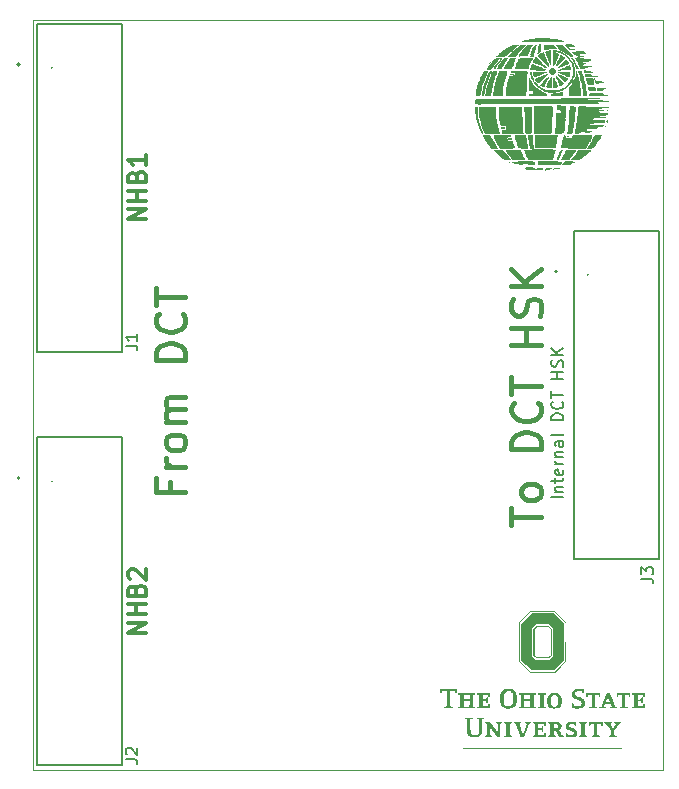
<source format=gbr>
%TF.GenerationSoftware,KiCad,Pcbnew,7.0.7*%
%TF.CreationDate,2023-10-17T22:15:13-05:00*%
%TF.ProjectId,Heater_North_DCT_HSK,48656174-6572-45f4-9e6f-7274685f4443,rev?*%
%TF.SameCoordinates,Original*%
%TF.FileFunction,Legend,Top*%
%TF.FilePolarity,Positive*%
%FSLAX46Y46*%
G04 Gerber Fmt 4.6, Leading zero omitted, Abs format (unit mm)*
G04 Created by KiCad (PCBNEW 7.0.7) date 2023-10-17 22:15:13*
%MOMM*%
%LPD*%
G01*
G04 APERTURE LIST*
%ADD10C,0.150000*%
%ADD11C,0.400000*%
%ADD12C,0.375000*%
%ADD13C,0.200000*%
%ADD14C,0.127000*%
%TA.AperFunction,Profile*%
%ADD15C,0.100000*%
%TD*%
G04 APERTURE END LIST*
D10*
X148615400Y-72390000D02*
G75*
G03*
X148615400Y-72390000I-25400J0D01*
G01*
X103200200Y-89890600D02*
G75*
G03*
X103200200Y-89890600I-25400J0D01*
G01*
X103200200Y-54864000D02*
G75*
G03*
X103200200Y-54864000I-25400J0D01*
G01*
D11*
X142131047Y-93589224D02*
X142131047Y-92160653D01*
X144631047Y-92874939D02*
X142131047Y-92874939D01*
X144631047Y-90970177D02*
X144512000Y-91208272D01*
X144512000Y-91208272D02*
X144392952Y-91327319D01*
X144392952Y-91327319D02*
X144154857Y-91446367D01*
X144154857Y-91446367D02*
X143440571Y-91446367D01*
X143440571Y-91446367D02*
X143202476Y-91327319D01*
X143202476Y-91327319D02*
X143083428Y-91208272D01*
X143083428Y-91208272D02*
X142964380Y-90970177D01*
X142964380Y-90970177D02*
X142964380Y-90613034D01*
X142964380Y-90613034D02*
X143083428Y-90374938D01*
X143083428Y-90374938D02*
X143202476Y-90255891D01*
X143202476Y-90255891D02*
X143440571Y-90136843D01*
X143440571Y-90136843D02*
X144154857Y-90136843D01*
X144154857Y-90136843D02*
X144392952Y-90255891D01*
X144392952Y-90255891D02*
X144512000Y-90374938D01*
X144512000Y-90374938D02*
X144631047Y-90613034D01*
X144631047Y-90613034D02*
X144631047Y-90970177D01*
X144631047Y-87160652D02*
X142131047Y-87160652D01*
X142131047Y-87160652D02*
X142131047Y-86565414D01*
X142131047Y-86565414D02*
X142250095Y-86208271D01*
X142250095Y-86208271D02*
X142488190Y-85970176D01*
X142488190Y-85970176D02*
X142726285Y-85851129D01*
X142726285Y-85851129D02*
X143202476Y-85732081D01*
X143202476Y-85732081D02*
X143559619Y-85732081D01*
X143559619Y-85732081D02*
X144035809Y-85851129D01*
X144035809Y-85851129D02*
X144273904Y-85970176D01*
X144273904Y-85970176D02*
X144512000Y-86208271D01*
X144512000Y-86208271D02*
X144631047Y-86565414D01*
X144631047Y-86565414D02*
X144631047Y-87160652D01*
X144392952Y-83232081D02*
X144512000Y-83351129D01*
X144512000Y-83351129D02*
X144631047Y-83708271D01*
X144631047Y-83708271D02*
X144631047Y-83946367D01*
X144631047Y-83946367D02*
X144512000Y-84303510D01*
X144512000Y-84303510D02*
X144273904Y-84541605D01*
X144273904Y-84541605D02*
X144035809Y-84660652D01*
X144035809Y-84660652D02*
X143559619Y-84779700D01*
X143559619Y-84779700D02*
X143202476Y-84779700D01*
X143202476Y-84779700D02*
X142726285Y-84660652D01*
X142726285Y-84660652D02*
X142488190Y-84541605D01*
X142488190Y-84541605D02*
X142250095Y-84303510D01*
X142250095Y-84303510D02*
X142131047Y-83946367D01*
X142131047Y-83946367D02*
X142131047Y-83708271D01*
X142131047Y-83708271D02*
X142250095Y-83351129D01*
X142250095Y-83351129D02*
X142369142Y-83232081D01*
X142131047Y-82517795D02*
X142131047Y-81089224D01*
X144631047Y-81803510D02*
X142131047Y-81803510D01*
X144631047Y-78351128D02*
X142131047Y-78351128D01*
X143321523Y-78351128D02*
X143321523Y-76922557D01*
X144631047Y-76922557D02*
X142131047Y-76922557D01*
X144512000Y-75851128D02*
X144631047Y-75493985D01*
X144631047Y-75493985D02*
X144631047Y-74898747D01*
X144631047Y-74898747D02*
X144512000Y-74660652D01*
X144512000Y-74660652D02*
X144392952Y-74541604D01*
X144392952Y-74541604D02*
X144154857Y-74422557D01*
X144154857Y-74422557D02*
X143916761Y-74422557D01*
X143916761Y-74422557D02*
X143678666Y-74541604D01*
X143678666Y-74541604D02*
X143559619Y-74660652D01*
X143559619Y-74660652D02*
X143440571Y-74898747D01*
X143440571Y-74898747D02*
X143321523Y-75374938D01*
X143321523Y-75374938D02*
X143202476Y-75613033D01*
X143202476Y-75613033D02*
X143083428Y-75732080D01*
X143083428Y-75732080D02*
X142845333Y-75851128D01*
X142845333Y-75851128D02*
X142607238Y-75851128D01*
X142607238Y-75851128D02*
X142369142Y-75732080D01*
X142369142Y-75732080D02*
X142250095Y-75613033D01*
X142250095Y-75613033D02*
X142131047Y-75374938D01*
X142131047Y-75374938D02*
X142131047Y-74779699D01*
X142131047Y-74779699D02*
X142250095Y-74422557D01*
X144631047Y-73351128D02*
X142131047Y-73351128D01*
X144631047Y-71922557D02*
X143202476Y-72993986D01*
X142131047Y-71922557D02*
X143559619Y-73351128D01*
X113213523Y-89976490D02*
X113213523Y-90809823D01*
X114523047Y-90809823D02*
X112023047Y-90809823D01*
X112023047Y-90809823D02*
X112023047Y-89619347D01*
X114523047Y-88666966D02*
X112856380Y-88666966D01*
X113332571Y-88666966D02*
X113094476Y-88547919D01*
X113094476Y-88547919D02*
X112975428Y-88428871D01*
X112975428Y-88428871D02*
X112856380Y-88190776D01*
X112856380Y-88190776D02*
X112856380Y-87952681D01*
X114523047Y-86762205D02*
X114404000Y-87000300D01*
X114404000Y-87000300D02*
X114284952Y-87119347D01*
X114284952Y-87119347D02*
X114046857Y-87238395D01*
X114046857Y-87238395D02*
X113332571Y-87238395D01*
X113332571Y-87238395D02*
X113094476Y-87119347D01*
X113094476Y-87119347D02*
X112975428Y-87000300D01*
X112975428Y-87000300D02*
X112856380Y-86762205D01*
X112856380Y-86762205D02*
X112856380Y-86405062D01*
X112856380Y-86405062D02*
X112975428Y-86166966D01*
X112975428Y-86166966D02*
X113094476Y-86047919D01*
X113094476Y-86047919D02*
X113332571Y-85928871D01*
X113332571Y-85928871D02*
X114046857Y-85928871D01*
X114046857Y-85928871D02*
X114284952Y-86047919D01*
X114284952Y-86047919D02*
X114404000Y-86166966D01*
X114404000Y-86166966D02*
X114523047Y-86405062D01*
X114523047Y-86405062D02*
X114523047Y-86762205D01*
X114523047Y-84857442D02*
X112856380Y-84857442D01*
X113094476Y-84857442D02*
X112975428Y-84738395D01*
X112975428Y-84738395D02*
X112856380Y-84500300D01*
X112856380Y-84500300D02*
X112856380Y-84143157D01*
X112856380Y-84143157D02*
X112975428Y-83905061D01*
X112975428Y-83905061D02*
X113213523Y-83786014D01*
X113213523Y-83786014D02*
X114523047Y-83786014D01*
X113213523Y-83786014D02*
X112975428Y-83666966D01*
X112975428Y-83666966D02*
X112856380Y-83428871D01*
X112856380Y-83428871D02*
X112856380Y-83071728D01*
X112856380Y-83071728D02*
X112975428Y-82833633D01*
X112975428Y-82833633D02*
X113213523Y-82714585D01*
X113213523Y-82714585D02*
X114523047Y-82714585D01*
X114523047Y-79619347D02*
X112023047Y-79619347D01*
X112023047Y-79619347D02*
X112023047Y-79024109D01*
X112023047Y-79024109D02*
X112142095Y-78666966D01*
X112142095Y-78666966D02*
X112380190Y-78428871D01*
X112380190Y-78428871D02*
X112618285Y-78309824D01*
X112618285Y-78309824D02*
X113094476Y-78190776D01*
X113094476Y-78190776D02*
X113451619Y-78190776D01*
X113451619Y-78190776D02*
X113927809Y-78309824D01*
X113927809Y-78309824D02*
X114165904Y-78428871D01*
X114165904Y-78428871D02*
X114404000Y-78666966D01*
X114404000Y-78666966D02*
X114523047Y-79024109D01*
X114523047Y-79024109D02*
X114523047Y-79619347D01*
X114284952Y-75690776D02*
X114404000Y-75809824D01*
X114404000Y-75809824D02*
X114523047Y-76166966D01*
X114523047Y-76166966D02*
X114523047Y-76405062D01*
X114523047Y-76405062D02*
X114404000Y-76762205D01*
X114404000Y-76762205D02*
X114165904Y-77000300D01*
X114165904Y-77000300D02*
X113927809Y-77119347D01*
X113927809Y-77119347D02*
X113451619Y-77238395D01*
X113451619Y-77238395D02*
X113094476Y-77238395D01*
X113094476Y-77238395D02*
X112618285Y-77119347D01*
X112618285Y-77119347D02*
X112380190Y-77000300D01*
X112380190Y-77000300D02*
X112142095Y-76762205D01*
X112142095Y-76762205D02*
X112023047Y-76405062D01*
X112023047Y-76405062D02*
X112023047Y-76166966D01*
X112023047Y-76166966D02*
X112142095Y-75809824D01*
X112142095Y-75809824D02*
X112261142Y-75690776D01*
X112023047Y-74976490D02*
X112023047Y-73547919D01*
X114523047Y-74262205D02*
X112023047Y-74262205D01*
D10*
X109462219Y-113439533D02*
X110176504Y-113439533D01*
X110176504Y-113439533D02*
X110319361Y-113487152D01*
X110319361Y-113487152D02*
X110414600Y-113582390D01*
X110414600Y-113582390D02*
X110462219Y-113725247D01*
X110462219Y-113725247D02*
X110462219Y-113820485D01*
X109557457Y-113010961D02*
X109509838Y-112963342D01*
X109509838Y-112963342D02*
X109462219Y-112868104D01*
X109462219Y-112868104D02*
X109462219Y-112630009D01*
X109462219Y-112630009D02*
X109509838Y-112534771D01*
X109509838Y-112534771D02*
X109557457Y-112487152D01*
X109557457Y-112487152D02*
X109652695Y-112439533D01*
X109652695Y-112439533D02*
X109747933Y-112439533D01*
X109747933Y-112439533D02*
X109890790Y-112487152D01*
X109890790Y-112487152D02*
X110462219Y-113058580D01*
X110462219Y-113058580D02*
X110462219Y-112439533D01*
D12*
X111164428Y-102729172D02*
X109664428Y-102729172D01*
X109664428Y-102729172D02*
X111164428Y-101872029D01*
X111164428Y-101872029D02*
X109664428Y-101872029D01*
X111164428Y-101157743D02*
X109664428Y-101157743D01*
X110378714Y-101157743D02*
X110378714Y-100300600D01*
X111164428Y-100300600D02*
X109664428Y-100300600D01*
X110378714Y-99086314D02*
X110450142Y-98872028D01*
X110450142Y-98872028D02*
X110521571Y-98800599D01*
X110521571Y-98800599D02*
X110664428Y-98729171D01*
X110664428Y-98729171D02*
X110878714Y-98729171D01*
X110878714Y-98729171D02*
X111021571Y-98800599D01*
X111021571Y-98800599D02*
X111093000Y-98872028D01*
X111093000Y-98872028D02*
X111164428Y-99014885D01*
X111164428Y-99014885D02*
X111164428Y-99586314D01*
X111164428Y-99586314D02*
X109664428Y-99586314D01*
X109664428Y-99586314D02*
X109664428Y-99086314D01*
X109664428Y-99086314D02*
X109735857Y-98943457D01*
X109735857Y-98943457D02*
X109807285Y-98872028D01*
X109807285Y-98872028D02*
X109950142Y-98800599D01*
X109950142Y-98800599D02*
X110093000Y-98800599D01*
X110093000Y-98800599D02*
X110235857Y-98872028D01*
X110235857Y-98872028D02*
X110307285Y-98943457D01*
X110307285Y-98943457D02*
X110378714Y-99086314D01*
X110378714Y-99086314D02*
X110378714Y-99586314D01*
X109807285Y-98157742D02*
X109735857Y-98086314D01*
X109735857Y-98086314D02*
X109664428Y-97943457D01*
X109664428Y-97943457D02*
X109664428Y-97586314D01*
X109664428Y-97586314D02*
X109735857Y-97443457D01*
X109735857Y-97443457D02*
X109807285Y-97372028D01*
X109807285Y-97372028D02*
X109950142Y-97300599D01*
X109950142Y-97300599D02*
X110093000Y-97300599D01*
X110093000Y-97300599D02*
X110307285Y-97372028D01*
X110307285Y-97372028D02*
X111164428Y-98229171D01*
X111164428Y-98229171D02*
X111164428Y-97300599D01*
D10*
X153134979Y-98148733D02*
X153849264Y-98148733D01*
X153849264Y-98148733D02*
X153992121Y-98196352D01*
X153992121Y-98196352D02*
X154087360Y-98291590D01*
X154087360Y-98291590D02*
X154134979Y-98434447D01*
X154134979Y-98434447D02*
X154134979Y-98529685D01*
X153134979Y-97767780D02*
X153134979Y-97148733D01*
X153134979Y-97148733D02*
X153515931Y-97482066D01*
X153515931Y-97482066D02*
X153515931Y-97339209D01*
X153515931Y-97339209D02*
X153563550Y-97243971D01*
X153563550Y-97243971D02*
X153611169Y-97196352D01*
X153611169Y-97196352D02*
X153706407Y-97148733D01*
X153706407Y-97148733D02*
X153944502Y-97148733D01*
X153944502Y-97148733D02*
X154039740Y-97196352D01*
X154039740Y-97196352D02*
X154087360Y-97243971D01*
X154087360Y-97243971D02*
X154134979Y-97339209D01*
X154134979Y-97339209D02*
X154134979Y-97624923D01*
X154134979Y-97624923D02*
X154087360Y-97720161D01*
X154087360Y-97720161D02*
X154039740Y-97767780D01*
D13*
X146512379Y-91235714D02*
X145512379Y-91235714D01*
X145845712Y-90759524D02*
X146512379Y-90759524D01*
X145940950Y-90759524D02*
X145893331Y-90711905D01*
X145893331Y-90711905D02*
X145845712Y-90616667D01*
X145845712Y-90616667D02*
X145845712Y-90473810D01*
X145845712Y-90473810D02*
X145893331Y-90378572D01*
X145893331Y-90378572D02*
X145988569Y-90330953D01*
X145988569Y-90330953D02*
X146512379Y-90330953D01*
X145845712Y-89997619D02*
X145845712Y-89616667D01*
X145512379Y-89854762D02*
X146369521Y-89854762D01*
X146369521Y-89854762D02*
X146464760Y-89807143D01*
X146464760Y-89807143D02*
X146512379Y-89711905D01*
X146512379Y-89711905D02*
X146512379Y-89616667D01*
X146464760Y-88902381D02*
X146512379Y-88997619D01*
X146512379Y-88997619D02*
X146512379Y-89188095D01*
X146512379Y-89188095D02*
X146464760Y-89283333D01*
X146464760Y-89283333D02*
X146369521Y-89330952D01*
X146369521Y-89330952D02*
X145988569Y-89330952D01*
X145988569Y-89330952D02*
X145893331Y-89283333D01*
X145893331Y-89283333D02*
X145845712Y-89188095D01*
X145845712Y-89188095D02*
X145845712Y-88997619D01*
X145845712Y-88997619D02*
X145893331Y-88902381D01*
X145893331Y-88902381D02*
X145988569Y-88854762D01*
X145988569Y-88854762D02*
X146083807Y-88854762D01*
X146083807Y-88854762D02*
X146179045Y-89330952D01*
X146512379Y-88426190D02*
X145845712Y-88426190D01*
X146036188Y-88426190D02*
X145940950Y-88378571D01*
X145940950Y-88378571D02*
X145893331Y-88330952D01*
X145893331Y-88330952D02*
X145845712Y-88235714D01*
X145845712Y-88235714D02*
X145845712Y-88140476D01*
X145845712Y-87807142D02*
X146512379Y-87807142D01*
X145940950Y-87807142D02*
X145893331Y-87759523D01*
X145893331Y-87759523D02*
X145845712Y-87664285D01*
X145845712Y-87664285D02*
X145845712Y-87521428D01*
X145845712Y-87521428D02*
X145893331Y-87426190D01*
X145893331Y-87426190D02*
X145988569Y-87378571D01*
X145988569Y-87378571D02*
X146512379Y-87378571D01*
X146512379Y-86473809D02*
X145988569Y-86473809D01*
X145988569Y-86473809D02*
X145893331Y-86521428D01*
X145893331Y-86521428D02*
X145845712Y-86616666D01*
X145845712Y-86616666D02*
X145845712Y-86807142D01*
X145845712Y-86807142D02*
X145893331Y-86902380D01*
X146464760Y-86473809D02*
X146512379Y-86569047D01*
X146512379Y-86569047D02*
X146512379Y-86807142D01*
X146512379Y-86807142D02*
X146464760Y-86902380D01*
X146464760Y-86902380D02*
X146369521Y-86949999D01*
X146369521Y-86949999D02*
X146274283Y-86949999D01*
X146274283Y-86949999D02*
X146179045Y-86902380D01*
X146179045Y-86902380D02*
X146131426Y-86807142D01*
X146131426Y-86807142D02*
X146131426Y-86569047D01*
X146131426Y-86569047D02*
X146083807Y-86473809D01*
X146512379Y-85854761D02*
X146464760Y-85949999D01*
X146464760Y-85949999D02*
X146369521Y-85997618D01*
X146369521Y-85997618D02*
X145512379Y-85997618D01*
X146512379Y-84711903D02*
X145512379Y-84711903D01*
X145512379Y-84711903D02*
X145512379Y-84473808D01*
X145512379Y-84473808D02*
X145559998Y-84330951D01*
X145559998Y-84330951D02*
X145655236Y-84235713D01*
X145655236Y-84235713D02*
X145750474Y-84188094D01*
X145750474Y-84188094D02*
X145940950Y-84140475D01*
X145940950Y-84140475D02*
X146083807Y-84140475D01*
X146083807Y-84140475D02*
X146274283Y-84188094D01*
X146274283Y-84188094D02*
X146369521Y-84235713D01*
X146369521Y-84235713D02*
X146464760Y-84330951D01*
X146464760Y-84330951D02*
X146512379Y-84473808D01*
X146512379Y-84473808D02*
X146512379Y-84711903D01*
X146417140Y-83140475D02*
X146464760Y-83188094D01*
X146464760Y-83188094D02*
X146512379Y-83330951D01*
X146512379Y-83330951D02*
X146512379Y-83426189D01*
X146512379Y-83426189D02*
X146464760Y-83569046D01*
X146464760Y-83569046D02*
X146369521Y-83664284D01*
X146369521Y-83664284D02*
X146274283Y-83711903D01*
X146274283Y-83711903D02*
X146083807Y-83759522D01*
X146083807Y-83759522D02*
X145940950Y-83759522D01*
X145940950Y-83759522D02*
X145750474Y-83711903D01*
X145750474Y-83711903D02*
X145655236Y-83664284D01*
X145655236Y-83664284D02*
X145559998Y-83569046D01*
X145559998Y-83569046D02*
X145512379Y-83426189D01*
X145512379Y-83426189D02*
X145512379Y-83330951D01*
X145512379Y-83330951D02*
X145559998Y-83188094D01*
X145559998Y-83188094D02*
X145607617Y-83140475D01*
X145512379Y-82854760D02*
X145512379Y-82283332D01*
X146512379Y-82569046D02*
X145512379Y-82569046D01*
X146512379Y-81188093D02*
X145512379Y-81188093D01*
X145988569Y-81188093D02*
X145988569Y-80616665D01*
X146512379Y-80616665D02*
X145512379Y-80616665D01*
X146464760Y-80188093D02*
X146512379Y-80045236D01*
X146512379Y-80045236D02*
X146512379Y-79807141D01*
X146512379Y-79807141D02*
X146464760Y-79711903D01*
X146464760Y-79711903D02*
X146417140Y-79664284D01*
X146417140Y-79664284D02*
X146321902Y-79616665D01*
X146321902Y-79616665D02*
X146226664Y-79616665D01*
X146226664Y-79616665D02*
X146131426Y-79664284D01*
X146131426Y-79664284D02*
X146083807Y-79711903D01*
X146083807Y-79711903D02*
X146036188Y-79807141D01*
X146036188Y-79807141D02*
X145988569Y-79997617D01*
X145988569Y-79997617D02*
X145940950Y-80092855D01*
X145940950Y-80092855D02*
X145893331Y-80140474D01*
X145893331Y-80140474D02*
X145798093Y-80188093D01*
X145798093Y-80188093D02*
X145702855Y-80188093D01*
X145702855Y-80188093D02*
X145607617Y-80140474D01*
X145607617Y-80140474D02*
X145559998Y-80092855D01*
X145559998Y-80092855D02*
X145512379Y-79997617D01*
X145512379Y-79997617D02*
X145512379Y-79759522D01*
X145512379Y-79759522D02*
X145559998Y-79616665D01*
X146512379Y-79188093D02*
X145512379Y-79188093D01*
X146512379Y-78616665D02*
X145940950Y-79045236D01*
X145512379Y-78616665D02*
X146083807Y-79188093D01*
D10*
X109462219Y-78412933D02*
X110176504Y-78412933D01*
X110176504Y-78412933D02*
X110319361Y-78460552D01*
X110319361Y-78460552D02*
X110414600Y-78555790D01*
X110414600Y-78555790D02*
X110462219Y-78698647D01*
X110462219Y-78698647D02*
X110462219Y-78793885D01*
X110462219Y-77412933D02*
X110462219Y-77984361D01*
X110462219Y-77698647D02*
X109462219Y-77698647D01*
X109462219Y-77698647D02*
X109605076Y-77793885D01*
X109605076Y-77793885D02*
X109700314Y-77889123D01*
X109700314Y-77889123D02*
X109747933Y-77984361D01*
D12*
X111181428Y-67702572D02*
X109681428Y-67702572D01*
X109681428Y-67702572D02*
X111181428Y-66845429D01*
X111181428Y-66845429D02*
X109681428Y-66845429D01*
X111181428Y-66131143D02*
X109681428Y-66131143D01*
X110395714Y-66131143D02*
X110395714Y-65274000D01*
X111181428Y-65274000D02*
X109681428Y-65274000D01*
X110395714Y-64059714D02*
X110467142Y-63845428D01*
X110467142Y-63845428D02*
X110538571Y-63773999D01*
X110538571Y-63773999D02*
X110681428Y-63702571D01*
X110681428Y-63702571D02*
X110895714Y-63702571D01*
X110895714Y-63702571D02*
X111038571Y-63773999D01*
X111038571Y-63773999D02*
X111110000Y-63845428D01*
X111110000Y-63845428D02*
X111181428Y-63988285D01*
X111181428Y-63988285D02*
X111181428Y-64559714D01*
X111181428Y-64559714D02*
X109681428Y-64559714D01*
X109681428Y-64559714D02*
X109681428Y-64059714D01*
X109681428Y-64059714D02*
X109752857Y-63916857D01*
X109752857Y-63916857D02*
X109824285Y-63845428D01*
X109824285Y-63845428D02*
X109967142Y-63773999D01*
X109967142Y-63773999D02*
X110110000Y-63773999D01*
X110110000Y-63773999D02*
X110252857Y-63845428D01*
X110252857Y-63845428D02*
X110324285Y-63916857D01*
X110324285Y-63916857D02*
X110395714Y-64059714D01*
X110395714Y-64059714D02*
X110395714Y-64559714D01*
X111181428Y-62273999D02*
X111181428Y-63131142D01*
X111181428Y-62702571D02*
X109681428Y-62702571D01*
X109681428Y-62702571D02*
X109895714Y-62845428D01*
X109895714Y-62845428D02*
X110038571Y-62988285D01*
X110038571Y-62988285D02*
X110110000Y-63131142D01*
%TO.C,G\u002A\u002A\u002A*%
G36*
X140170488Y-54684706D02*
G01*
X140154593Y-54700601D01*
X140138698Y-54684706D01*
X140154593Y-54668811D01*
X140170488Y-54684706D01*
G37*
G36*
X150482421Y-59098467D02*
G01*
X150502153Y-59119375D01*
X150474948Y-59143272D01*
X150422678Y-59151164D01*
X150362936Y-59140282D01*
X150343204Y-59119375D01*
X150370409Y-59095478D01*
X150422678Y-59087585D01*
X150482421Y-59098467D01*
G37*
G36*
X149937897Y-59606020D02*
G01*
X149977622Y-59628010D01*
X149964192Y-59649642D01*
X149899428Y-59659566D01*
X149884129Y-59659800D01*
X149809845Y-59651939D01*
X149772157Y-59632568D01*
X149770989Y-59628010D01*
X149798569Y-59605519D01*
X149864482Y-59596221D01*
X149937897Y-59606020D01*
G37*
G36*
X150173986Y-59734303D02*
G01*
X150178437Y-59773633D01*
X150169121Y-59816353D01*
X150133635Y-59863191D01*
X150081669Y-59881637D01*
X150037903Y-59868360D01*
X150025307Y-59835762D01*
X150047665Y-59791979D01*
X150097756Y-59750557D01*
X150150099Y-59728883D01*
X150173986Y-59734303D01*
G37*
G36*
X150333295Y-58480171D02*
G01*
X150367046Y-58507422D01*
X150351245Y-58536249D01*
X150276834Y-58547034D01*
X150263730Y-58547159D01*
X150182060Y-58538497D01*
X150159286Y-58511904D01*
X150160413Y-58507422D01*
X150198332Y-58478568D01*
X150263730Y-58467685D01*
X150333295Y-58480171D01*
G37*
G36*
X150309505Y-59308889D02*
G01*
X150299458Y-59377841D01*
X150271771Y-59475214D01*
X150236473Y-59515053D01*
X150189391Y-59504026D01*
X150161465Y-59455211D01*
X150157867Y-59386138D01*
X150181321Y-59313646D01*
X150238655Y-59284362D01*
X150244422Y-59283466D01*
X150294645Y-59281984D01*
X150309505Y-59308889D01*
G37*
G36*
X141952235Y-62824358D02*
G01*
X142020126Y-62867836D01*
X142046083Y-62886459D01*
X142103180Y-62937273D01*
X142108899Y-62962076D01*
X142070951Y-62958323D01*
X141997045Y-62923473D01*
X141974556Y-62910039D01*
X141909802Y-62860618D01*
X141886477Y-62822755D01*
X141910911Y-62807005D01*
X141912748Y-62806984D01*
X141952235Y-62824358D01*
G37*
G36*
X142133600Y-60828044D02*
G01*
X142175857Y-60872697D01*
X142195764Y-60929864D01*
X142191837Y-60955180D01*
X142144273Y-60971935D01*
X142060749Y-60979999D01*
X141968510Y-60977585D01*
X141930112Y-60972362D01*
X141871032Y-60942985D01*
X141843400Y-60896145D01*
X141852057Y-60852767D01*
X141898057Y-60833830D01*
X141983702Y-60827849D01*
X142054070Y-60820100D01*
X142133600Y-60828044D01*
G37*
G36*
X142286939Y-55371335D02*
G01*
X142352931Y-55391103D01*
X142367832Y-55405120D01*
X142389876Y-55450830D01*
X142378186Y-55478009D01*
X142323493Y-55491279D01*
X142216529Y-55495257D01*
X142186805Y-55495345D01*
X142074356Y-55493272D01*
X142012600Y-55484661D01*
X141988719Y-55465925D01*
X141988529Y-55439848D01*
X142024012Y-55404637D01*
X142100337Y-55380130D01*
X142195361Y-55368354D01*
X142286939Y-55371335D01*
G37*
G36*
X147123049Y-60641547D02*
G01*
X147195587Y-60649382D01*
X147218538Y-60657203D01*
X147205610Y-60670849D01*
X147147269Y-60677039D01*
X147141713Y-60677072D01*
X147033875Y-60683872D01*
X146949531Y-60696169D01*
X146872071Y-60699633D01*
X146832417Y-60680274D01*
X146820488Y-60659757D01*
X146825061Y-60648073D01*
X146858765Y-60642504D01*
X146934227Y-60640327D01*
X147022501Y-60639321D01*
X147123049Y-60641547D01*
G37*
G36*
X141598993Y-59932861D02*
G01*
X141601026Y-59972953D01*
X141596068Y-60024965D01*
X141570148Y-60051527D01*
X141506694Y-60062653D01*
X141447158Y-60065935D01*
X141353072Y-60065857D01*
X141287524Y-60058107D01*
X141272314Y-60051655D01*
X141254300Y-60005121D01*
X141251339Y-59972399D01*
X141272132Y-59926632D01*
X141338761Y-59911928D01*
X141442244Y-59905676D01*
X141513604Y-59898202D01*
X141576778Y-59898045D01*
X141598993Y-59932861D01*
G37*
G36*
X145503088Y-63370815D02*
G01*
X145521437Y-63395955D01*
X145487092Y-63439083D01*
X145428032Y-63485740D01*
X145345799Y-63524040D01*
X145228217Y-63552839D01*
X145164094Y-63561236D01*
X144980585Y-63577876D01*
X144995165Y-63478537D01*
X145010951Y-63408475D01*
X145029168Y-63375117D01*
X145029979Y-63374869D01*
X145069363Y-63371729D01*
X145155214Y-63367353D01*
X145270452Y-63362591D01*
X145294538Y-63361703D01*
X145428603Y-63360465D01*
X145503088Y-63370815D01*
G37*
G36*
X145741412Y-54908130D02*
G01*
X145822800Y-54959376D01*
X145868161Y-55055407D01*
X145880263Y-55119457D01*
X145887048Y-55218716D01*
X145868260Y-55287634D01*
X145824631Y-55347502D01*
X145725535Y-55422179D01*
X145637033Y-55451812D01*
X145554523Y-55455730D01*
X145487610Y-55428538D01*
X145422453Y-55374405D01*
X145341665Y-55264453D01*
X145316452Y-55149298D01*
X145341681Y-55041926D01*
X145412218Y-54955320D01*
X145522930Y-54902465D01*
X145613036Y-54892351D01*
X145741412Y-54908130D01*
G37*
G36*
X149258579Y-56622063D02*
G01*
X149280094Y-56714399D01*
X149292738Y-56781991D01*
X149294143Y-56796906D01*
X149263299Y-56813793D01*
X149174156Y-56825089D01*
X149031789Y-56830245D01*
X148982839Y-56830514D01*
X148671535Y-56830514D01*
X148633152Y-56687004D01*
X148610167Y-56594786D01*
X148596458Y-56527657D01*
X148594768Y-56512160D01*
X148624817Y-56497835D01*
X148708121Y-56487296D01*
X148834415Y-56481567D01*
X148908892Y-56480827D01*
X149223015Y-56480827D01*
X149258579Y-56622063D01*
G37*
G36*
X140633316Y-54116860D02*
G01*
X140594382Y-54167208D01*
X140579419Y-54184018D01*
X140509521Y-54260426D01*
X140423227Y-54354553D01*
X140382786Y-54398599D01*
X140313252Y-54480680D01*
X140262683Y-54552093D01*
X140247873Y-54581390D01*
X140220159Y-54623593D01*
X140186483Y-54639154D01*
X140170488Y-54617754D01*
X140191054Y-54574798D01*
X140245227Y-54500649D01*
X140321720Y-54407869D01*
X140409246Y-54309020D01*
X140496518Y-54216665D01*
X140572250Y-54143368D01*
X140625152Y-54101691D01*
X140638725Y-54096596D01*
X140633316Y-54116860D01*
G37*
G36*
X146285459Y-63338983D02*
G01*
X146292420Y-63363604D01*
X146253628Y-63389081D01*
X146186226Y-63406953D01*
X146140562Y-63410502D01*
X146062236Y-63418795D01*
X145951771Y-63439621D01*
X145871618Y-63458674D01*
X145757947Y-63484939D01*
X145658389Y-63502258D01*
X145611462Y-63506358D01*
X145534379Y-63506358D01*
X145615208Y-63442779D01*
X145713617Y-63394601D01*
X145818181Y-63377304D01*
X145926529Y-63370575D01*
X146053936Y-63355910D01*
X146099274Y-63349009D01*
X146195751Y-63336819D01*
X146265958Y-63334940D01*
X146285459Y-63338983D01*
G37*
G36*
X145509866Y-55623123D02*
G01*
X145519831Y-55670402D01*
X145530126Y-55768638D01*
X145539763Y-55905220D01*
X145547753Y-56067539D01*
X145550338Y-56139087D01*
X145565485Y-56607985D01*
X145419113Y-56605118D01*
X145302693Y-56596489D01*
X145193494Y-56578545D01*
X145169424Y-56572420D01*
X145099897Y-56546134D01*
X145071980Y-56509653D01*
X145081967Y-56447225D01*
X145119095Y-56358472D01*
X145230200Y-56116856D01*
X145318683Y-55928837D01*
X145387088Y-55789627D01*
X145437960Y-55694436D01*
X145473844Y-55638477D01*
X145497285Y-55616960D01*
X145509866Y-55623123D01*
G37*
G36*
X149081833Y-55948348D02*
G01*
X149121969Y-56109620D01*
X149143525Y-56218991D01*
X149140739Y-56286834D01*
X149107851Y-56323521D01*
X149039098Y-56339426D01*
X148928720Y-56344920D01*
X148860480Y-56346867D01*
X148569871Y-56355962D01*
X148515612Y-56108444D01*
X148486598Y-55988063D01*
X148458456Y-55891428D01*
X148436360Y-55835861D01*
X148432691Y-55830726D01*
X148405304Y-55772705D01*
X148404030Y-55759199D01*
X148421014Y-55738995D01*
X148477558Y-55726126D01*
X148582054Y-55719474D01*
X148714221Y-55717873D01*
X149024413Y-55717873D01*
X149081833Y-55948348D01*
G37*
G36*
X145061903Y-55213536D02*
G01*
X145146581Y-55221715D01*
X145172180Y-55230537D01*
X145154714Y-55251298D01*
X145084892Y-55288507D01*
X144970745Y-55338723D01*
X144820306Y-55398504D01*
X144641606Y-55464406D01*
X144557472Y-55493979D01*
X144420854Y-55542849D01*
X144274835Y-55597335D01*
X144215002Y-55620467D01*
X144047375Y-55686379D01*
X144012720Y-55598809D01*
X143985759Y-55507975D01*
X143964502Y-55398455D01*
X143962202Y-55381194D01*
X143946339Y-55251149D01*
X144307537Y-55230337D01*
X144542377Y-55218706D01*
X144751750Y-55212030D01*
X144927609Y-55210307D01*
X145061903Y-55213536D01*
G37*
G36*
X145348231Y-55581677D02*
G01*
X145331846Y-55640339D01*
X145290417Y-55733574D01*
X145286474Y-55741715D01*
X145231085Y-55856486D01*
X145161079Y-56002785D01*
X145088889Y-56154600D01*
X145066144Y-56202666D01*
X144989472Y-56353553D01*
X144929718Y-56445349D01*
X144885656Y-56479899D01*
X144881201Y-56480284D01*
X144825574Y-56464543D01*
X144738494Y-56424531D01*
X144669055Y-56386371D01*
X144510425Y-56292999D01*
X144767790Y-56045173D01*
X144958982Y-55862860D01*
X145108753Y-55724701D01*
X145219835Y-55629100D01*
X145294955Y-55574461D01*
X145336844Y-55559185D01*
X145348231Y-55581677D01*
G37*
G36*
X144754378Y-63356848D02*
G01*
X144802975Y-63389193D01*
X144811790Y-63408089D01*
X144788708Y-63452379D01*
X144781388Y-63457816D01*
X144764070Y-63499171D01*
X144768895Y-63523271D01*
X144767585Y-63549831D01*
X144730033Y-63563983D01*
X144644721Y-63568853D01*
X144600610Y-63568939D01*
X144489705Y-63564495D01*
X144421818Y-63548309D01*
X144376601Y-63513860D01*
X144358786Y-63491432D01*
X144311415Y-63413444D01*
X144313106Y-63368672D01*
X144368413Y-63350516D01*
X144455839Y-63350800D01*
X144551892Y-63352105D01*
X144621547Y-63346183D01*
X144638630Y-63340994D01*
X144689499Y-63336870D01*
X144754378Y-63356848D01*
G37*
G36*
X145720424Y-55625236D02*
G01*
X145748229Y-55674071D01*
X145792713Y-55765774D01*
X145848010Y-55886749D01*
X145908252Y-56023402D01*
X145967573Y-56162136D01*
X146020106Y-56289357D01*
X146059983Y-56391469D01*
X146081338Y-56454876D01*
X146083379Y-56466298D01*
X146075764Y-56489379D01*
X146045314Y-56508274D01*
X145980624Y-56526737D01*
X145870289Y-56548522D01*
X145791747Y-56562297D01*
X145674959Y-56582362D01*
X145664588Y-56317014D01*
X145660433Y-56131308D01*
X145662360Y-55961224D01*
X145669628Y-55815951D01*
X145681494Y-55704680D01*
X145697217Y-55636601D01*
X145716055Y-55620904D01*
X145720424Y-55625236D01*
G37*
G36*
X145816254Y-53036824D02*
G01*
X145897675Y-53150750D01*
X145957055Y-53246361D01*
X145986313Y-53310285D01*
X145988010Y-53321051D01*
X145959014Y-53328210D01*
X145882473Y-53328596D01*
X145774058Y-53322226D01*
X145757534Y-53320823D01*
X145569359Y-53315625D01*
X145350028Y-53327122D01*
X145129043Y-53352957D01*
X144962791Y-53384235D01*
X144906144Y-53392795D01*
X144880726Y-53372432D01*
X144872997Y-53307822D01*
X144872210Y-53281716D01*
X144868675Y-53165954D01*
X144864451Y-53054432D01*
X144864263Y-53050135D01*
X144859474Y-52941471D01*
X145291723Y-52928160D01*
X145723972Y-52914848D01*
X145816254Y-53036824D01*
G37*
G36*
X149923106Y-56548856D02*
G01*
X150044768Y-56559254D01*
X150103670Y-56579136D01*
X150099872Y-56608523D01*
X150033431Y-56647439D01*
X150015737Y-56655076D01*
X149938737Y-56701901D01*
X149892192Y-56757329D01*
X149889266Y-56765674D01*
X149874103Y-56798948D01*
X149840810Y-56818456D01*
X149775244Y-56827769D01*
X149663264Y-56830457D01*
X149632405Y-56830514D01*
X149392500Y-56830514D01*
X149359973Y-56712710D01*
X149343310Y-56619962D01*
X149359067Y-56575430D01*
X149360568Y-56574437D01*
X149404353Y-56565546D01*
X149497091Y-56557399D01*
X149624155Y-56551021D01*
X149738628Y-56547919D01*
X149923106Y-56548856D01*
G37*
G36*
X147266959Y-62808862D02*
G01*
X147399785Y-62814015D01*
X147495533Y-62821722D01*
X147542729Y-62831260D01*
X147545707Y-62834466D01*
X147519000Y-62859729D01*
X147447721Y-62903536D01*
X147345134Y-62958021D01*
X147299337Y-62980546D01*
X147183006Y-63034420D01*
X147089029Y-63069654D01*
X146996526Y-63090853D01*
X146884622Y-63102622D01*
X146732437Y-63109567D01*
X146711227Y-63110270D01*
X146572498Y-63113345D01*
X146460848Y-63113077D01*
X146389239Y-63109674D01*
X146369487Y-63104753D01*
X146390961Y-63076225D01*
X146447080Y-63017959D01*
X146520420Y-62947547D01*
X146671353Y-62806984D01*
X147108530Y-62806984D01*
X147266959Y-62808862D01*
G37*
G36*
X146109039Y-55411144D02*
G01*
X146217329Y-55447376D01*
X146379292Y-55515389D01*
X146528436Y-55582690D01*
X146675318Y-55650155D01*
X146799281Y-55707217D01*
X146889248Y-55748769D01*
X146934143Y-55769705D01*
X146936295Y-55770747D01*
X146931836Y-55799080D01*
X146896965Y-55858907D01*
X146843692Y-55934368D01*
X146784032Y-56009602D01*
X146729995Y-56068749D01*
X146693595Y-56095949D01*
X146689790Y-56096219D01*
X146662029Y-56073915D01*
X146597461Y-56014440D01*
X146504264Y-55925554D01*
X146390619Y-55815013D01*
X146321802Y-55747242D01*
X146183534Y-55607196D01*
X146091670Y-55504721D01*
X146047664Y-55438659D01*
X146052969Y-55407853D01*
X146109039Y-55411144D01*
G37*
G36*
X147100984Y-54700544D02*
G01*
X147103576Y-54704246D01*
X147119656Y-54759858D01*
X147129972Y-54853329D01*
X147131954Y-54915182D01*
X147132441Y-55082078D01*
X146870175Y-55082269D01*
X146700389Y-55085242D01*
X146509235Y-55092846D01*
X146341313Y-55103209D01*
X146209398Y-55111763D01*
X146130245Y-55111625D01*
X146093514Y-55101867D01*
X146088864Y-55081558D01*
X146089189Y-55080543D01*
X146123228Y-55050996D01*
X146203409Y-55006080D01*
X146316361Y-54952797D01*
X146403470Y-54916001D01*
X146542072Y-54859399D01*
X146668515Y-54806690D01*
X146764547Y-54765531D01*
X146798648Y-54750190D01*
X146941587Y-54693840D01*
X147043625Y-54677101D01*
X147100984Y-54700544D01*
G37*
G36*
X143133056Y-52955635D02*
G01*
X143360353Y-52961372D01*
X143172116Y-53139587D01*
X142921930Y-53408510D01*
X142703580Y-53706607D01*
X142635463Y-53818436D01*
X142548677Y-53969437D01*
X142209958Y-53968950D01*
X142066469Y-53966433D01*
X141944857Y-53960012D01*
X141860327Y-53950743D01*
X141830555Y-53942647D01*
X141823210Y-53914436D01*
X141855960Y-53859206D01*
X141932578Y-53771313D01*
X141973609Y-53728553D01*
X142067866Y-53633986D01*
X142152590Y-53552520D01*
X142212357Y-53498902D01*
X142220926Y-53492079D01*
X142269905Y-53454048D01*
X142356441Y-53385987D01*
X142468372Y-53297494D01*
X142593533Y-53198163D01*
X142595133Y-53196891D01*
X142905760Y-52949899D01*
X143133056Y-52955635D01*
G37*
G36*
X143857728Y-59127322D02*
G01*
X143857634Y-59377829D01*
X143858113Y-59615930D01*
X143859102Y-59831896D01*
X143860538Y-60016000D01*
X143862357Y-60158511D01*
X143864498Y-60249702D01*
X143865099Y-60263805D01*
X143873992Y-60438649D01*
X143613518Y-60447853D01*
X143481517Y-60450636D01*
X143398878Y-60446044D01*
X143351587Y-60431765D01*
X143325629Y-60405493D01*
X143322450Y-60399891D01*
X143305316Y-60344837D01*
X143290244Y-60245637D01*
X143277046Y-60099062D01*
X143265533Y-59901882D01*
X143255518Y-59650867D01*
X143246813Y-59342787D01*
X143239229Y-58974413D01*
X143239122Y-58968373D01*
X143224951Y-58165683D01*
X143542101Y-58165683D01*
X143859251Y-58165683D01*
X143857728Y-59127322D01*
G37*
G36*
X144608719Y-52891463D02*
G01*
X144634256Y-52910717D01*
X144639948Y-52962281D01*
X144633761Y-53055482D01*
X144618308Y-53241276D01*
X144604685Y-53374717D01*
X144589694Y-53466832D01*
X144570138Y-53528648D01*
X144542821Y-53571193D01*
X144504545Y-53605494D01*
X144466428Y-53632647D01*
X144374853Y-53691749D01*
X144324519Y-53709245D01*
X144307672Y-53684054D01*
X144316558Y-53615092D01*
X144317255Y-53611803D01*
X144334901Y-53519378D01*
X144355269Y-53399133D01*
X144365459Y-53333643D01*
X144388052Y-53203824D01*
X144415477Y-53074259D01*
X144428084Y-53023693D01*
X144456272Y-52938468D01*
X144490056Y-52899094D01*
X144545406Y-52888691D01*
X144555903Y-52888586D01*
X144608719Y-52891463D01*
G37*
G36*
X146825161Y-54198083D02*
G01*
X146885590Y-54265225D01*
X146935044Y-54332903D01*
X146992384Y-54423746D01*
X147015570Y-54479731D01*
X147009244Y-54516373D01*
X146995108Y-54533661D01*
X146966781Y-54554182D01*
X146912758Y-54582423D01*
X146826899Y-54620967D01*
X146703066Y-54672403D01*
X146535121Y-54739315D01*
X146316923Y-54824289D01*
X146178748Y-54877555D01*
X146080466Y-54911970D01*
X146021397Y-54922844D01*
X146003023Y-54907045D01*
X146026827Y-54861439D01*
X146094292Y-54782893D01*
X146206898Y-54668275D01*
X146337697Y-54541599D01*
X146470398Y-54417615D01*
X146589917Y-54311455D01*
X146687824Y-54230175D01*
X146755690Y-54180831D01*
X146782753Y-54169100D01*
X146825161Y-54198083D01*
G37*
G36*
X146448408Y-61938981D02*
G01*
X146413386Y-62027290D01*
X146360088Y-62147689D01*
X146299373Y-62275756D01*
X146292580Y-62289519D01*
X146239306Y-62399614D01*
X146199097Y-62487730D01*
X146178872Y-62538545D01*
X146177737Y-62543837D01*
X146152954Y-62602203D01*
X146096506Y-62655195D01*
X146028232Y-62691282D01*
X145967969Y-62698934D01*
X145941237Y-62681300D01*
X145943730Y-62637346D01*
X145971082Y-62557304D01*
X146006117Y-62481321D01*
X146060963Y-62364762D01*
X146123030Y-62219406D01*
X146178935Y-62076604D01*
X146179224Y-62075820D01*
X146224460Y-61957012D01*
X146258885Y-61885400D01*
X146292781Y-61848201D01*
X146336427Y-61832632D01*
X146378760Y-61827717D01*
X146490403Y-61818037D01*
X146448408Y-61938981D01*
G37*
G36*
X147466472Y-61826441D02*
G01*
X147560994Y-61828675D01*
X147606774Y-61832894D01*
X147609287Y-61834431D01*
X147589960Y-61900502D01*
X147538310Y-61999654D01*
X147463835Y-62117076D01*
X147376032Y-62237960D01*
X147284398Y-62347496D01*
X147271008Y-62361928D01*
X147177830Y-62466294D01*
X147088676Y-62575161D01*
X147038001Y-62643500D01*
X147012941Y-62673103D01*
X146978007Y-62692643D01*
X146920829Y-62704186D01*
X146829041Y-62709796D01*
X146690272Y-62711537D01*
X146629946Y-62711615D01*
X146268646Y-62711615D01*
X146389094Y-62497034D01*
X146469029Y-62352809D01*
X146557703Y-62190090D01*
X146627490Y-62059925D01*
X146745437Y-61837397D01*
X147177362Y-61828553D01*
X147334748Y-61826347D01*
X147466472Y-61826441D01*
G37*
G36*
X141327035Y-54071029D02*
G01*
X141346708Y-54082939D01*
X141328948Y-54114441D01*
X141280944Y-54185365D01*
X141210612Y-54284280D01*
X141148023Y-54369889D01*
X140997493Y-54578897D01*
X140885285Y-54747308D01*
X140807130Y-54881733D01*
X140775618Y-54946972D01*
X140726794Y-55003444D01*
X140648121Y-55018499D01*
X140580834Y-55008494D01*
X140551983Y-54984360D01*
X140551965Y-54983680D01*
X140570102Y-54938539D01*
X140618998Y-54855151D01*
X140690386Y-54745457D01*
X140775994Y-54621398D01*
X140867554Y-54494917D01*
X140956796Y-54377956D01*
X141035450Y-54282456D01*
X141045180Y-54271440D01*
X141117158Y-54187604D01*
X141168347Y-54121757D01*
X141187466Y-54088649D01*
X141214955Y-54070709D01*
X141267234Y-54064806D01*
X141327035Y-54071029D01*
G37*
G36*
X143705591Y-52958644D02*
G01*
X143949175Y-52968061D01*
X143804747Y-53222378D01*
X143733661Y-53352899D01*
X143670121Y-53479036D01*
X143624779Y-53579328D01*
X143615356Y-53603855D01*
X143560611Y-53750967D01*
X143516352Y-53846491D01*
X143475737Y-53900013D01*
X143431928Y-53921118D01*
X143389044Y-53920986D01*
X143161221Y-53895037D01*
X142993615Y-53882506D01*
X142884313Y-53883327D01*
X142831397Y-53897434D01*
X142827398Y-53901867D01*
X142778671Y-53935294D01*
X142761713Y-53937648D01*
X142744775Y-53920028D01*
X142762618Y-53862851D01*
X142801774Y-53786646D01*
X142888566Y-53646840D01*
X143005583Y-53481515D01*
X143138105Y-53310118D01*
X143271411Y-53152100D01*
X143332219Y-53085803D01*
X143462006Y-52949228D01*
X143705591Y-52958644D01*
G37*
G36*
X145058160Y-60557024D02*
G01*
X146035695Y-60565808D01*
X146031783Y-60692967D01*
X146023229Y-60810124D01*
X146007698Y-60923618D01*
X146006234Y-60931390D01*
X145986394Y-61039361D01*
X145969903Y-61138023D01*
X145957160Y-61220625D01*
X145939075Y-61337717D01*
X145923432Y-61438930D01*
X145902677Y-61549384D01*
X145879846Y-61634969D01*
X145861552Y-61674569D01*
X145813410Y-61689933D01*
X145707599Y-61701194D01*
X145549905Y-61708243D01*
X145346114Y-61710970D01*
X145102010Y-61709265D01*
X144823379Y-61703019D01*
X144652841Y-61697440D01*
X144128310Y-61678449D01*
X144107918Y-61487710D01*
X144099218Y-61375838D01*
X144091671Y-61222805D01*
X144086223Y-61051031D01*
X144084076Y-60922606D01*
X144080626Y-60548241D01*
X145058160Y-60557024D01*
G37*
G36*
X145900202Y-55549626D02*
G01*
X145941883Y-55572855D01*
X145948273Y-55576993D01*
X145997479Y-55610050D01*
X146041716Y-55643313D01*
X146091421Y-55686164D01*
X146157031Y-55747980D01*
X146248985Y-55838142D01*
X146345369Y-55933840D01*
X146438354Y-56031192D01*
X146510780Y-56116257D01*
X146552544Y-56176686D01*
X146558789Y-56194719D01*
X146533506Y-56234336D01*
X146471424Y-56290260D01*
X146391695Y-56348606D01*
X146313474Y-56395488D01*
X146255915Y-56417022D01*
X146251818Y-56417247D01*
X146223562Y-56390623D01*
X146181440Y-56321749D01*
X146146149Y-56250351D01*
X146042415Y-56020362D01*
X145964164Y-55842570D01*
X145909825Y-55711633D01*
X145877829Y-55622212D01*
X145866606Y-55568964D01*
X145874587Y-55546549D01*
X145900202Y-55549626D01*
G37*
G36*
X147038630Y-55221779D02*
G01*
X147097253Y-55241935D01*
X147123157Y-55278298D01*
X147124054Y-55334638D01*
X147107657Y-55414721D01*
X147094669Y-55467762D01*
X147063123Y-55570023D01*
X147022465Y-55627256D01*
X146961497Y-55642255D01*
X146869024Y-55617812D01*
X146735272Y-55557418D01*
X146629467Y-55512080D01*
X146539889Y-55485056D01*
X146488901Y-55481908D01*
X146442905Y-55481357D01*
X146433066Y-55464788D01*
X146406076Y-55435306D01*
X146335484Y-55392137D01*
X146241531Y-55346881D01*
X146146639Y-55303010D01*
X146082741Y-55268179D01*
X146063730Y-55250079D01*
X146098554Y-55244531D01*
X146185955Y-55238042D01*
X146314947Y-55231223D01*
X146474546Y-55224685D01*
X146589322Y-55220879D01*
X146792378Y-55215019D01*
X146939576Y-55214063D01*
X147038630Y-55221779D01*
G37*
G36*
X147326196Y-54028217D02*
G01*
X147393299Y-54101193D01*
X147467619Y-54208170D01*
X147538646Y-54335019D01*
X147631725Y-54521308D01*
X147700276Y-54659716D01*
X147748498Y-54759080D01*
X147780591Y-54828239D01*
X147800758Y-54876029D01*
X147813197Y-54911289D01*
X147814395Y-54915182D01*
X147822369Y-54961143D01*
X147798808Y-54981582D01*
X147729028Y-54986647D01*
X147710894Y-54986709D01*
X147585688Y-54986709D01*
X147564235Y-54824986D01*
X147546729Y-54720603D01*
X147526319Y-54636895D01*
X147516434Y-54610406D01*
X147486336Y-54549414D01*
X147443002Y-54460958D01*
X147428079Y-54430388D01*
X147341022Y-54261616D01*
X147270727Y-54147510D01*
X147235465Y-54103210D01*
X147211017Y-54046813D01*
X147240040Y-54007929D01*
X147275753Y-54001227D01*
X147326196Y-54028217D01*
G37*
G36*
X143818280Y-63316233D02*
G01*
X143946017Y-63318962D01*
X144031158Y-63325143D01*
X144084196Y-63336111D01*
X144115618Y-63353203D01*
X144135917Y-63377752D01*
X144136828Y-63379199D01*
X144183213Y-63429118D01*
X144216302Y-63442779D01*
X144262771Y-63467092D01*
X144295564Y-63506018D01*
X144309548Y-63532277D01*
X144306430Y-63549915D01*
X144276864Y-63560509D01*
X144211502Y-63565640D01*
X144101000Y-63566888D01*
X143941380Y-63565877D01*
X143773607Y-63563510D01*
X143654550Y-63558149D01*
X143569344Y-63547331D01*
X143503128Y-63528594D01*
X143441040Y-63499473D01*
X143399823Y-63476132D01*
X143300221Y-63416664D01*
X143239909Y-63374057D01*
X143223045Y-63345502D01*
X143253786Y-63328189D01*
X143336293Y-63319311D01*
X143474722Y-63316059D01*
X143637459Y-63315620D01*
X143818280Y-63316233D01*
G37*
G36*
X148492651Y-55124319D02*
G01*
X148506110Y-55135671D01*
X148539230Y-55158808D01*
X148585928Y-55174895D01*
X148657200Y-55185155D01*
X148764045Y-55190811D01*
X148917460Y-55193088D01*
X149024619Y-55193342D01*
X149225296Y-55195521D01*
X149375651Y-55201792D01*
X149472865Y-55211752D01*
X149514117Y-55225001D01*
X149496588Y-55241137D01*
X149448895Y-55253714D01*
X149392845Y-55260051D01*
X149285560Y-55267563D01*
X149139356Y-55275555D01*
X148966549Y-55283334D01*
X148832952Y-55288401D01*
X148619781Y-55294597D01*
X148462640Y-55295971D01*
X148354144Y-55292260D01*
X148286908Y-55283203D01*
X148253546Y-55268538D01*
X148252789Y-55267809D01*
X148212101Y-55199195D01*
X148231542Y-55142052D01*
X148307786Y-55103848D01*
X148327747Y-55099472D01*
X148423577Y-55093561D01*
X148492651Y-55124319D01*
G37*
G36*
X146374834Y-53823217D02*
G01*
X146447301Y-53853232D01*
X146506748Y-53888276D01*
X146528187Y-53913805D01*
X146553141Y-53936729D01*
X146562496Y-53937648D01*
X146611288Y-53958075D01*
X146642142Y-53983233D01*
X146657207Y-54008849D01*
X146649143Y-54042586D01*
X146611617Y-54093333D01*
X146538293Y-54169974D01*
X146443848Y-54261394D01*
X146327537Y-54373597D01*
X146215090Y-54484281D01*
X146123030Y-54577085D01*
X146086042Y-54615679D01*
X145992922Y-54707475D01*
X145919381Y-54765027D01*
X145873096Y-54783202D01*
X145860851Y-54766241D01*
X145874936Y-54716512D01*
X145917346Y-54611968D01*
X145988310Y-54452075D01*
X146088061Y-54236301D01*
X146116343Y-54176071D01*
X146168825Y-54062018D01*
X146214478Y-53958370D01*
X146239338Y-53897910D01*
X146275968Y-53835247D01*
X146314678Y-53810489D01*
X146374834Y-53823217D01*
G37*
G36*
X148744507Y-55390350D02*
G01*
X148876396Y-55440648D01*
X148924609Y-55475449D01*
X148979954Y-55519488D01*
X149038420Y-55544690D01*
X149119858Y-55556139D01*
X149244116Y-55558921D01*
X149250454Y-55558924D01*
X149369102Y-55562930D01*
X149451624Y-55573748D01*
X149484753Y-55589580D01*
X149484881Y-55590714D01*
X149455261Y-55606643D01*
X149374971Y-55618177D01*
X149256861Y-55623592D01*
X149238511Y-55623762D01*
X149079989Y-55626771D01*
X148896516Y-55633489D01*
X148726513Y-55642494D01*
X148718908Y-55642989D01*
X148586459Y-55650838D01*
X148501746Y-55651024D01*
X148449084Y-55640372D01*
X148412788Y-55615712D01*
X148377173Y-55573870D01*
X148377169Y-55573864D01*
X148321174Y-55486526D01*
X148318425Y-55428861D01*
X148370192Y-55393923D01*
X148411977Y-55383696D01*
X148583208Y-55370204D01*
X148744507Y-55390350D01*
G37*
G36*
X141040052Y-54171533D02*
G01*
X140952452Y-54275666D01*
X140882834Y-54362223D01*
X140818558Y-54448218D01*
X140746989Y-54550667D01*
X140655490Y-54686585D01*
X140637538Y-54713502D01*
X140559497Y-54830758D01*
X140496109Y-54926299D01*
X140454660Y-54989124D01*
X140442135Y-55008549D01*
X140409450Y-55017552D01*
X140334267Y-55024855D01*
X140237660Y-55029740D01*
X140140704Y-55031489D01*
X140064473Y-55029385D01*
X140030041Y-55022708D01*
X140029965Y-55022594D01*
X140038143Y-54981383D01*
X140081483Y-54901802D01*
X140153142Y-54793205D01*
X140246275Y-54664948D01*
X140354037Y-54526385D01*
X140469585Y-54386873D01*
X140586075Y-54255766D01*
X140608576Y-54231703D01*
X140692608Y-54145190D01*
X140754107Y-54095333D01*
X140813631Y-54072036D01*
X140891738Y-54065204D01*
X140948451Y-54064806D01*
X141130767Y-54064806D01*
X141040052Y-54171533D01*
G37*
G36*
X144255982Y-52928106D02*
G01*
X144262780Y-52932985D01*
X144260638Y-52968161D01*
X144241998Y-53050260D01*
X144210204Y-53165798D01*
X144181509Y-53260642D01*
X144134516Y-53416897D01*
X144090544Y-53573844D01*
X144056376Y-53706838D01*
X144045466Y-53754857D01*
X144006929Y-53937648D01*
X143837144Y-53937648D01*
X143735120Y-53933637D01*
X143682992Y-53918931D01*
X143667425Y-53889518D01*
X143667359Y-53886562D01*
X143686906Y-53850466D01*
X143715044Y-53853774D01*
X143752745Y-53847610D01*
X143762943Y-53809910D01*
X143739874Y-53768890D01*
X143733328Y-53764281D01*
X143731864Y-53728917D01*
X143752276Y-53648725D01*
X143789741Y-53536578D01*
X143839440Y-53405351D01*
X143896551Y-53267919D01*
X143956254Y-53137155D01*
X144001502Y-53048105D01*
X144050045Y-52996601D01*
X144124144Y-52952601D01*
X144200542Y-52926354D01*
X144255982Y-52928106D01*
G37*
G36*
X149936708Y-57066129D02*
G01*
X149993777Y-57116615D01*
X150068546Y-57147373D01*
X150182051Y-57166388D01*
X150208098Y-57169168D01*
X150335209Y-57184604D01*
X150400552Y-57198701D01*
X150405926Y-57211256D01*
X150353131Y-57222065D01*
X150243968Y-57230922D01*
X150080237Y-57237625D01*
X149863737Y-57241968D01*
X149596270Y-57243747D01*
X149550603Y-57243780D01*
X149295253Y-57243627D01*
X149096238Y-57242811D01*
X148946317Y-57240792D01*
X148838244Y-57237034D01*
X148764776Y-57230998D01*
X148718671Y-57222146D01*
X148692684Y-57209942D01*
X148679572Y-57193847D01*
X148673759Y-57178675D01*
X148663489Y-57129920D01*
X148672500Y-57092619D01*
X148708008Y-57064764D01*
X148777230Y-57044347D01*
X148887381Y-57029362D01*
X149045680Y-57017799D01*
X149259341Y-57007652D01*
X149293508Y-57006253D01*
X149864004Y-56983180D01*
X149936708Y-57066129D01*
G37*
G36*
X144250921Y-53991746D02*
G01*
X144322177Y-54051237D01*
X144424425Y-54142312D01*
X144550463Y-54258505D01*
X144693087Y-54393351D01*
X144748210Y-54446283D01*
X144919130Y-54612961D01*
X145044860Y-54740498D01*
X145127641Y-54832092D01*
X145169713Y-54890941D01*
X145173318Y-54920245D01*
X145140695Y-54923202D01*
X145074087Y-54903010D01*
X145066108Y-54900017D01*
X145001180Y-54872916D01*
X144884098Y-54821343D01*
X144720309Y-54747731D01*
X144515262Y-54654517D01*
X144446208Y-54622953D01*
X144320751Y-54566630D01*
X144202125Y-54515206D01*
X144115167Y-54479436D01*
X144112415Y-54478374D01*
X144004139Y-54430811D01*
X143948057Y-54387331D01*
X143934325Y-54338091D01*
X143940732Y-54306689D01*
X143973410Y-54240434D01*
X144030391Y-54157185D01*
X144097971Y-54073576D01*
X144162446Y-54006241D01*
X144210111Y-53971815D01*
X144217860Y-53970301D01*
X144250921Y-53991746D01*
G37*
G36*
X145721388Y-62807915D02*
G01*
X145981029Y-62810655D01*
X146187877Y-62815123D01*
X146339250Y-62821241D01*
X146432467Y-62828928D01*
X146464847Y-62838106D01*
X146464856Y-62838272D01*
X146445237Y-62879817D01*
X146396298Y-62945179D01*
X146377434Y-62966926D01*
X146295246Y-63037500D01*
X146196799Y-63070404D01*
X146146959Y-63076362D01*
X146056971Y-63081463D01*
X145918522Y-63086352D01*
X145746731Y-63090778D01*
X145556714Y-63094491D01*
X145363591Y-63097241D01*
X145182480Y-63098777D01*
X145028499Y-63098849D01*
X144916765Y-63097207D01*
X144907159Y-63096892D01*
X144778464Y-63098124D01*
X144643085Y-63107682D01*
X144618820Y-63110528D01*
X144513655Y-63116388D01*
X144451844Y-63098133D01*
X144434490Y-63082231D01*
X144403015Y-63019733D01*
X144378533Y-62930342D01*
X144376930Y-62921085D01*
X144358414Y-62806984D01*
X145411635Y-62806984D01*
X145721388Y-62807915D01*
G37*
G36*
X141664606Y-54021730D02*
G01*
X141767804Y-54047833D01*
X141811392Y-54083142D01*
X141799149Y-54131932D01*
X141781477Y-54153980D01*
X141740715Y-54206434D01*
X141728185Y-54233592D01*
X141711565Y-54267525D01*
X141667092Y-54340828D01*
X141602847Y-54440419D01*
X141568992Y-54491289D01*
X141487381Y-54618896D01*
X141412329Y-54746870D01*
X141357190Y-54852166D01*
X141347594Y-54873379D01*
X141285388Y-55018499D01*
X141077625Y-55018499D01*
X140972077Y-55014378D01*
X140897287Y-55003592D01*
X140869862Y-54988980D01*
X140890119Y-54944612D01*
X140917547Y-54911776D01*
X140956662Y-54857566D01*
X140965232Y-54828971D01*
X140982672Y-54786685D01*
X141029555Y-54705220D01*
X141097719Y-54596665D01*
X141179007Y-54473110D01*
X141265258Y-54346644D01*
X141348312Y-54229356D01*
X141420011Y-54133338D01*
X141472195Y-54070677D01*
X141485838Y-54057611D01*
X141568575Y-54018837D01*
X141664606Y-54021730D01*
G37*
G36*
X143891094Y-60584133D02*
G01*
X143931357Y-60602493D01*
X143953209Y-60645902D01*
X143962748Y-60724576D01*
X143966073Y-60848730D01*
X143968182Y-60979074D01*
X143974062Y-61126141D01*
X143985232Y-61299261D01*
X143999297Y-61461374D01*
X143999552Y-61463868D01*
X144026470Y-61726133D01*
X143877707Y-61726133D01*
X143776751Y-61717857D01*
X143722154Y-61695122D01*
X143716846Y-61686396D01*
X143699354Y-61630397D01*
X143673037Y-61547505D01*
X143670540Y-61539690D01*
X143651357Y-61462263D01*
X143649227Y-61412857D01*
X143650600Y-61409635D01*
X143649711Y-61371091D01*
X143636401Y-61284200D01*
X143613006Y-61162458D01*
X143586640Y-61040337D01*
X143546314Y-60862403D01*
X143521104Y-60737523D01*
X143513952Y-60656348D01*
X143527800Y-60609526D01*
X143565589Y-60587711D01*
X143630260Y-60581551D01*
X143724756Y-60581697D01*
X143730939Y-60581703D01*
X143826321Y-60580608D01*
X143891094Y-60584133D01*
G37*
G36*
X142877081Y-60588822D02*
G01*
X143358392Y-60597597D01*
X143397655Y-60752373D01*
X143422635Y-60878442D01*
X143437898Y-61007723D01*
X143439685Y-61044955D01*
X143448064Y-61144736D01*
X143465562Y-61224570D01*
X143471882Y-61239866D01*
X143495383Y-61305465D01*
X143519360Y-61402993D01*
X143540134Y-61511813D01*
X143554027Y-61611288D01*
X143557359Y-61680783D01*
X143553621Y-61698346D01*
X143517465Y-61707981D01*
X143432439Y-61714704D01*
X143313188Y-61718443D01*
X143174359Y-61719126D01*
X143030597Y-61716679D01*
X142896548Y-61711029D01*
X142787312Y-61702156D01*
X142712842Y-61682678D01*
X142676450Y-61632690D01*
X142665053Y-61589171D01*
X142644813Y-61508695D01*
X142610975Y-61390930D01*
X142568818Y-61252534D01*
X142523621Y-61110165D01*
X142480663Y-60980484D01*
X142445222Y-60880147D01*
X142424014Y-60828504D01*
X142403237Y-60756552D01*
X142395770Y-60676675D01*
X142395770Y-60580047D01*
X142877081Y-60588822D01*
G37*
G36*
X143808932Y-54044330D02*
G01*
X143909209Y-54048359D01*
X143961771Y-54056651D01*
X143966266Y-54059798D01*
X143960182Y-54100009D01*
X143925381Y-54168875D01*
X143908868Y-54194602D01*
X143802078Y-54377817D01*
X143709465Y-54583972D01*
X143643890Y-54783235D01*
X143631034Y-54839086D01*
X143595002Y-55018499D01*
X142995386Y-55018499D01*
X142808062Y-55017300D01*
X142644702Y-55013963D01*
X142515094Y-55008878D01*
X142429029Y-55002433D01*
X142396294Y-54995020D01*
X142396232Y-54994656D01*
X142409178Y-54936623D01*
X142442895Y-54835137D01*
X142491538Y-54704487D01*
X142549260Y-54558962D01*
X142610216Y-54412850D01*
X142668562Y-54280438D01*
X142718451Y-54176016D01*
X142754037Y-54113870D01*
X142759188Y-54107482D01*
X142800125Y-54094832D01*
X142891359Y-54082573D01*
X143020639Y-54071188D01*
X143175714Y-54061163D01*
X143344333Y-54052981D01*
X143514243Y-54047125D01*
X143673193Y-54044080D01*
X143808932Y-54044330D01*
G37*
G36*
X145489692Y-53396243D02*
G01*
X145496089Y-53432564D01*
X145501537Y-53520789D01*
X145505969Y-53649252D01*
X145509315Y-53806283D01*
X145511509Y-53980216D01*
X145512483Y-54159381D01*
X145512168Y-54332110D01*
X145510498Y-54486735D01*
X145507404Y-54611589D01*
X145502818Y-54695003D01*
X145497412Y-54724950D01*
X145473835Y-54715929D01*
X145470267Y-54710664D01*
X145452897Y-54672198D01*
X145417567Y-54587626D01*
X145369652Y-54469985D01*
X145321925Y-54350914D01*
X145261325Y-54200826D01*
X145202396Y-54058594D01*
X145153015Y-53943043D01*
X145127582Y-53886481D01*
X145089929Y-53795859D01*
X145068212Y-53723060D01*
X145066108Y-53705566D01*
X145048367Y-53649536D01*
X145034318Y-53635645D01*
X145006359Y-53587395D01*
X145008107Y-53520931D01*
X145037024Y-53475024D01*
X145095296Y-53452231D01*
X145187531Y-53428895D01*
X145293475Y-53408541D01*
X145392873Y-53394694D01*
X145465471Y-53390879D01*
X145489692Y-53396243D01*
G37*
G36*
X143844080Y-62803404D02*
G01*
X143862599Y-62803648D01*
X143985696Y-62806431D01*
X144059831Y-62813909D01*
X144099622Y-62831058D01*
X144119686Y-62862851D01*
X144129258Y-62894406D01*
X144159460Y-63013544D01*
X144164948Y-63083000D01*
X144138431Y-63114238D01*
X144072617Y-63118720D01*
X143991337Y-63111233D01*
X143687473Y-63081593D01*
X143441669Y-63063701D01*
X143255002Y-63057589D01*
X143128553Y-63063292D01*
X143063397Y-63080840D01*
X143060851Y-63082769D01*
X142990358Y-63118803D01*
X142922801Y-63119879D01*
X142891186Y-63097421D01*
X142853105Y-63081457D01*
X142769594Y-63066012D01*
X142658834Y-63054438D01*
X142448925Y-63020195D01*
X142268611Y-62949039D01*
X142093767Y-62859162D01*
X142202791Y-62835921D01*
X142265844Y-62829013D01*
X142382351Y-62822470D01*
X142542187Y-62816487D01*
X142735225Y-62811263D01*
X142951342Y-62806994D01*
X143180411Y-62803877D01*
X143412308Y-62802108D01*
X143636906Y-62801885D01*
X143844080Y-62803404D01*
G37*
G36*
X143867733Y-54520196D02*
G01*
X143933255Y-54546856D01*
X144034003Y-54587230D01*
X144146835Y-54632115D01*
X144248607Y-54672307D01*
X144316177Y-54698602D01*
X144319049Y-54699692D01*
X144385661Y-54727179D01*
X144480667Y-54768897D01*
X144525682Y-54789297D01*
X144649173Y-54843711D01*
X144779890Y-54898206D01*
X144811790Y-54910903D01*
X144920076Y-54957424D01*
X145019402Y-55006585D01*
X145045393Y-55021307D01*
X145135942Y-55075653D01*
X145038079Y-55097147D01*
X144975845Y-55103419D01*
X144862026Y-55107852D01*
X144708595Y-55110258D01*
X144527525Y-55110445D01*
X144335598Y-55108307D01*
X144121503Y-55103971D01*
X143963090Y-55098820D01*
X143852459Y-55092102D01*
X143781712Y-55083062D01*
X143742950Y-55070948D01*
X143728275Y-55055005D01*
X143727440Y-55050288D01*
X143729022Y-54947453D01*
X143744505Y-54830033D01*
X143769858Y-54713270D01*
X143801046Y-54612404D01*
X143834034Y-54542679D01*
X143864791Y-54519334D01*
X143867733Y-54520196D01*
G37*
G36*
X141073001Y-61821627D02*
G01*
X141209341Y-61826526D01*
X141326642Y-61835520D01*
X141409046Y-61848345D01*
X141439229Y-61861240D01*
X141660169Y-62124423D01*
X141923449Y-62408116D01*
X141947091Y-62432500D01*
X142042686Y-62533178D01*
X142117304Y-62616338D01*
X142162446Y-62672205D01*
X142171547Y-62690757D01*
X142135254Y-62698653D01*
X142051914Y-62707989D01*
X141937978Y-62716998D01*
X141910910Y-62718731D01*
X141771460Y-62723697D01*
X141683498Y-62717108D01*
X141635797Y-62697858D01*
X141628857Y-62690950D01*
X141579343Y-62653235D01*
X141557397Y-62647552D01*
X141515314Y-62627827D01*
X141435728Y-62574691D01*
X141329156Y-62496402D01*
X141206118Y-62401214D01*
X141077131Y-62297386D01*
X140952716Y-62193172D01*
X140843391Y-62096830D01*
X140781594Y-62038612D01*
X140692413Y-61945383D01*
X140649786Y-61885101D01*
X140649845Y-61851977D01*
X140654435Y-61848231D01*
X140708340Y-61834124D01*
X140806643Y-61825163D01*
X140933482Y-61821085D01*
X141073001Y-61821627D01*
G37*
G36*
X142375513Y-54470126D02*
G01*
X142309323Y-54624134D01*
X142250179Y-54762262D01*
X142203675Y-54871411D01*
X142175403Y-54938480D01*
X142171907Y-54946972D01*
X142155175Y-54978891D01*
X142127953Y-54999572D01*
X142077906Y-55011442D01*
X141992702Y-55016926D01*
X141860008Y-55018450D01*
X141808341Y-55018499D01*
X141658358Y-55017447D01*
X141560965Y-55013073D01*
X141505189Y-55003548D01*
X141480056Y-54987042D01*
X141474574Y-54962867D01*
X141493861Y-54899105D01*
X141537447Y-54827760D01*
X141581628Y-54759498D01*
X141600319Y-54707430D01*
X141618942Y-54650228D01*
X141663938Y-54568682D01*
X141720911Y-54487237D01*
X141749533Y-54454043D01*
X141789571Y-54391656D01*
X141809267Y-54342778D01*
X141842571Y-54270503D01*
X141896861Y-54183890D01*
X141908336Y-54168123D01*
X141947351Y-54118927D01*
X141984834Y-54088516D01*
X142036509Y-54072371D01*
X142118096Y-54065975D01*
X142245319Y-54064809D01*
X142267882Y-54064806D01*
X142550026Y-54064806D01*
X142375513Y-54470126D01*
G37*
G36*
X145239903Y-55398279D02*
G01*
X145231545Y-55436017D01*
X145200268Y-55474567D01*
X145158586Y-55514227D01*
X145080518Y-55588573D01*
X144975700Y-55688426D01*
X144853771Y-55804605D01*
X144795895Y-55859760D01*
X144671873Y-55975779D01*
X144562155Y-56074341D01*
X144475656Y-56147751D01*
X144421291Y-56188312D01*
X144408936Y-56193870D01*
X144370710Y-56171887D01*
X144305888Y-56113366D01*
X144228306Y-56030835D01*
X144226145Y-56028369D01*
X144153286Y-55940032D01*
X144101087Y-55867110D01*
X144080635Y-55825123D01*
X144080626Y-55824694D01*
X144108549Y-55796286D01*
X144181071Y-55760310D01*
X144263417Y-55730798D01*
X144381389Y-55692694D01*
X144489511Y-55655139D01*
X144541577Y-55635364D01*
X144611822Y-55609230D01*
X144651972Y-55598905D01*
X144652841Y-55598980D01*
X144689633Y-55587461D01*
X144743592Y-55561396D01*
X144832492Y-55519590D01*
X144940775Y-55476700D01*
X145052057Y-55438111D01*
X145149955Y-55409206D01*
X145218088Y-55395369D01*
X145239903Y-55398279D01*
G37*
G36*
X147941939Y-55114855D02*
G01*
X148016009Y-55132007D01*
X148060019Y-55155248D01*
X148061670Y-55157470D01*
X148085055Y-55210665D01*
X148122718Y-55317529D01*
X148172160Y-55470410D01*
X148230879Y-55661653D01*
X148275869Y-55813242D01*
X148339481Y-56061251D01*
X148398109Y-56347614D01*
X148447235Y-56647107D01*
X148482339Y-56934506D01*
X148488052Y-56997410D01*
X148508729Y-57243780D01*
X148362886Y-57243780D01*
X148271753Y-57237646D01*
X148210086Y-57222144D01*
X148198137Y-57213188D01*
X148186828Y-57165265D01*
X148179780Y-57078789D01*
X148178689Y-57030397D01*
X148170224Y-56898700D01*
X148147411Y-56719761D01*
X148113019Y-56507566D01*
X148069821Y-56276103D01*
X148020588Y-56039359D01*
X147968090Y-55811324D01*
X147915099Y-55605984D01*
X147864385Y-55437327D01*
X147861242Y-55427992D01*
X147820096Y-55303785D01*
X147788270Y-55202009D01*
X147770445Y-55137906D01*
X147768235Y-55125150D01*
X147795165Y-55108905D01*
X147860695Y-55106314D01*
X147941939Y-55114855D01*
G37*
G36*
X149208599Y-55732627D02*
G01*
X149230587Y-55787141D01*
X149236592Y-55836353D01*
X149256658Y-55922100D01*
X149306099Y-55980432D01*
X149393991Y-56015735D01*
X149529409Y-56032393D01*
X149648376Y-56035302D01*
X149780795Y-56038711D01*
X149861382Y-56049728D01*
X149901648Y-56070474D01*
X149909644Y-56083455D01*
X149957218Y-56119592D01*
X150056099Y-56131139D01*
X150136099Y-56137745D01*
X150180836Y-56154262D01*
X150184255Y-56161138D01*
X150154386Y-56173568D01*
X150072386Y-56182886D01*
X149949666Y-56188175D01*
X149837676Y-56188948D01*
X149669972Y-56190153D01*
X149553205Y-56197237D01*
X149474887Y-56211673D01*
X149422529Y-56234928D01*
X149417336Y-56238424D01*
X149335378Y-56283060D01*
X149283383Y-56274911D01*
X149251985Y-56211146D01*
X149246375Y-56186771D01*
X149217173Y-56065569D01*
X149182001Y-55950876D01*
X149147762Y-55863580D01*
X149128704Y-55830726D01*
X149103626Y-55770409D01*
X149127673Y-55727098D01*
X149165065Y-55717873D01*
X149208599Y-55732627D01*
G37*
G36*
X140179612Y-60595907D02*
G01*
X140281604Y-60600665D01*
X140349263Y-60607939D01*
X140367366Y-60614333D01*
X140385399Y-60648486D01*
X140423176Y-60723341D01*
X140471247Y-60820126D01*
X140541836Y-60955705D01*
X140628652Y-61111436D01*
X140722209Y-61271389D01*
X140813017Y-61419631D01*
X140891591Y-61540232D01*
X140939500Y-61606401D01*
X140979844Y-61669578D01*
X140989002Y-61711743D01*
X140986818Y-61715143D01*
X140943894Y-61728354D01*
X140858032Y-61738210D01*
X140749824Y-61743820D01*
X140639864Y-61744293D01*
X140548745Y-61738736D01*
X140524831Y-61735147D01*
X140470026Y-61712227D01*
X140403127Y-61658777D01*
X140318227Y-61568679D01*
X140209419Y-61435817D01*
X140107102Y-61302475D01*
X140040103Y-61205884D01*
X139964619Y-61085138D01*
X139888320Y-60954113D01*
X139818875Y-60826686D01*
X139763953Y-60716731D01*
X139731226Y-60638125D01*
X139725432Y-60611969D01*
X139754471Y-60603243D01*
X139830717Y-60597334D01*
X139937861Y-60594182D01*
X140059595Y-60593726D01*
X140179612Y-60595907D01*
G37*
G36*
X144847849Y-53577972D02*
G01*
X144897810Y-53646256D01*
X144950429Y-53770290D01*
X144956622Y-53786646D01*
X145000969Y-53900837D01*
X145039096Y-53992683D01*
X145063831Y-54045033D01*
X145066289Y-54048912D01*
X145085642Y-54088703D01*
X145121090Y-54172223D01*
X145166926Y-54284925D01*
X145217444Y-54412264D01*
X145266936Y-54539694D01*
X145309695Y-54652668D01*
X145340013Y-54736640D01*
X145352185Y-54777064D01*
X145352215Y-54777680D01*
X145335791Y-54797958D01*
X145285168Y-54774254D01*
X145198326Y-54705119D01*
X145073239Y-54589107D01*
X145030852Y-54547797D01*
X144929188Y-54449391D01*
X144845403Y-54371123D01*
X144788918Y-54321606D01*
X144769285Y-54308646D01*
X144745028Y-54291176D01*
X144687006Y-54236849D01*
X144605042Y-54155100D01*
X144545492Y-54093721D01*
X144440913Y-53982699D01*
X144380959Y-53904396D01*
X144366743Y-53845171D01*
X144399378Y-53791383D01*
X144479978Y-53729393D01*
X144580553Y-53664209D01*
X144702556Y-53591291D01*
X144787209Y-53561098D01*
X144847849Y-53577972D01*
G37*
G36*
X147142025Y-52891434D02*
G01*
X147240754Y-52898256D01*
X147312447Y-52914826D01*
X147375347Y-52944686D01*
X147419876Y-52972713D01*
X147490292Y-53024618D01*
X147528049Y-53063124D01*
X147529828Y-53074010D01*
X147491825Y-53084045D01*
X147407715Y-53094462D01*
X147294920Y-53103157D01*
X147282812Y-53103846D01*
X147166868Y-53113033D01*
X147076677Y-53125372D01*
X147030333Y-53138327D01*
X147028948Y-53139420D01*
X147030920Y-53175734D01*
X147069165Y-53231273D01*
X147069924Y-53232091D01*
X147117103Y-53271159D01*
X147179102Y-53292503D01*
X147275081Y-53300952D01*
X147346670Y-53301853D01*
X147463787Y-53306771D01*
X147519868Y-53319481D01*
X147516521Y-53336919D01*
X147455356Y-53356019D01*
X147337981Y-53373716D01*
X147307284Y-53376877D01*
X147116546Y-53395211D01*
X146849501Y-53167833D01*
X146728776Y-53062968D01*
X146655380Y-52988946D01*
X146632245Y-52940298D01*
X146662304Y-52911554D01*
X146748488Y-52897246D01*
X146893731Y-52891904D01*
X146998016Y-52890821D01*
X147142025Y-52891434D01*
G37*
G36*
X140906698Y-55132111D02*
G01*
X140932034Y-55175311D01*
X140916194Y-55256177D01*
X140869072Y-55375421D01*
X140823373Y-55494575D01*
X140766972Y-55659965D01*
X140704532Y-55856134D01*
X140640717Y-56067624D01*
X140580190Y-56278978D01*
X140527617Y-56474737D01*
X140487660Y-56639444D01*
X140487586Y-56639775D01*
X140463606Y-56768340D01*
X140441406Y-56922166D01*
X140428778Y-57037147D01*
X140408911Y-57259675D01*
X140159518Y-57269014D01*
X139910125Y-57278353D01*
X139924991Y-57110065D01*
X139939423Y-57006453D01*
X139966335Y-56861850D01*
X140001538Y-56694776D01*
X140040849Y-56523751D01*
X140080079Y-56367293D01*
X140115043Y-56243922D01*
X140132111Y-56193802D01*
X140161571Y-56111277D01*
X140195576Y-56008128D01*
X140201871Y-55988086D01*
X140238862Y-55879411D01*
X140278223Y-55778187D01*
X140283700Y-55765557D01*
X140314930Y-55692835D01*
X140361735Y-55581110D01*
X140415797Y-55450296D01*
X140436410Y-55399975D01*
X140546805Y-55129763D01*
X140708196Y-55120159D01*
X140834110Y-55116940D01*
X140906698Y-55132111D01*
G37*
G36*
X142509427Y-61821979D02*
G01*
X142664587Y-61823926D01*
X142773376Y-61828120D01*
X142844397Y-61835339D01*
X142886251Y-61846360D01*
X142907540Y-61861959D01*
X142915188Y-61877134D01*
X142993672Y-62092307D01*
X143073407Y-62264619D01*
X143139815Y-62371046D01*
X143190804Y-62443557D01*
X143219787Y-62495746D01*
X143222303Y-62505479D01*
X143241533Y-62547284D01*
X143273102Y-62587897D01*
X143304891Y-62631044D01*
X143307003Y-62662971D01*
X143273290Y-62685189D01*
X143197606Y-62699211D01*
X143073804Y-62706546D01*
X142895738Y-62708707D01*
X142783318Y-62708312D01*
X142284506Y-62705008D01*
X142077872Y-62476727D01*
X141974719Y-62360793D01*
X141876100Y-62246572D01*
X141798054Y-62152759D01*
X141775870Y-62124720D01*
X141711232Y-62043191D01*
X141657193Y-61978974D01*
X141640763Y-61961204D01*
X141603419Y-61899684D01*
X141626516Y-61853523D01*
X141651311Y-61840798D01*
X141697900Y-61834706D01*
X141797120Y-61829404D01*
X141938026Y-61825219D01*
X142109670Y-61822476D01*
X142299293Y-61821502D01*
X142509427Y-61821979D01*
G37*
G36*
X148595997Y-61818020D02*
G01*
X148713438Y-61818438D01*
X148789940Y-61819086D01*
X148809349Y-61819546D01*
X148846116Y-61838312D01*
X148829488Y-61888607D01*
X148759182Y-61970782D01*
X148634914Y-62085191D01*
X148514922Y-62185249D01*
X148422183Y-62261176D01*
X148349795Y-62321864D01*
X148311102Y-62356095D01*
X148308661Y-62358681D01*
X148270640Y-62390634D01*
X148242844Y-62409612D01*
X148192946Y-62441972D01*
X148107309Y-62498049D01*
X148003235Y-62566508D01*
X147988526Y-62576207D01*
X147784130Y-62711011D01*
X147442390Y-62711313D01*
X147303606Y-62710074D01*
X147191930Y-62706485D01*
X147120340Y-62701131D01*
X147100651Y-62695905D01*
X147120987Y-62666577D01*
X147173874Y-62606107D01*
X147235757Y-62540253D01*
X147418199Y-62341846D01*
X147570174Y-62157298D01*
X147682946Y-61997415D01*
X147707271Y-61956854D01*
X147775049Y-61862403D01*
X147838100Y-61821150D01*
X147847710Y-61819975D01*
X147904753Y-61819151D01*
X148008296Y-61818517D01*
X148143765Y-61818080D01*
X148296587Y-61817848D01*
X148452188Y-61817826D01*
X148595997Y-61818020D01*
G37*
G36*
X139280375Y-58497892D02*
G01*
X139294970Y-58761001D01*
X139336104Y-59059669D01*
X139399798Y-59373680D01*
X139482074Y-59682816D01*
X139559004Y-59914118D01*
X139571023Y-59973538D01*
X139569852Y-59990679D01*
X139584296Y-60034463D01*
X139588863Y-60038364D01*
X139615070Y-60079223D01*
X139649506Y-60159701D01*
X139685685Y-60260342D01*
X139717117Y-60361690D01*
X139737316Y-60444290D01*
X139739794Y-60488686D01*
X139739326Y-60489571D01*
X139712897Y-60514079D01*
X139679459Y-60502203D01*
X139632417Y-60447782D01*
X139565178Y-60344656D01*
X139540228Y-60303542D01*
X139449445Y-60128445D01*
X139358238Y-59909638D01*
X139273780Y-59666534D01*
X139203243Y-59418548D01*
X139184912Y-59341903D01*
X139160140Y-59236369D01*
X139138898Y-59151978D01*
X139129643Y-59119375D01*
X139115488Y-59055994D01*
X139102251Y-58966825D01*
X139101512Y-58960426D01*
X139088933Y-58855214D01*
X139073485Y-58733765D01*
X139069825Y-58706108D01*
X139058124Y-58590129D01*
X139049186Y-58450540D01*
X139046326Y-58372316D01*
X139041952Y-58181577D01*
X139161164Y-58171711D01*
X139280375Y-58161845D01*
X139280375Y-58497892D01*
G37*
G36*
X142479058Y-52954853D02*
G01*
X142484230Y-52954931D01*
X142790063Y-52959505D01*
X142696780Y-53027362D01*
X142546356Y-53140503D01*
X142385008Y-53268102D01*
X142224839Y-53399972D01*
X142077950Y-53525924D01*
X141956443Y-53635771D01*
X141872419Y-53719326D01*
X141864994Y-53727597D01*
X141785004Y-53807187D01*
X141712546Y-53860029D01*
X141672832Y-53874068D01*
X141602442Y-53893148D01*
X141533299Y-53934087D01*
X141483855Y-53963501D01*
X141418009Y-53981607D01*
X141324911Y-53989061D01*
X141193712Y-53986520D01*
X141013559Y-53974641D01*
X140949337Y-53969437D01*
X140758598Y-53953542D01*
X140869862Y-53845855D01*
X140965465Y-53758955D01*
X141066804Y-53674899D01*
X141092390Y-53655298D01*
X141164063Y-53600795D01*
X141211782Y-53562439D01*
X141219549Y-53555303D01*
X141264509Y-53518106D01*
X141348777Y-53457162D01*
X141457736Y-53382397D01*
X141576766Y-53303742D01*
X141691247Y-53231123D01*
X141744080Y-53199071D01*
X141902938Y-53104991D01*
X142020704Y-53038273D01*
X142111262Y-52994339D01*
X142188494Y-52968609D01*
X142266282Y-52956504D01*
X142358510Y-52953445D01*
X142479058Y-52954853D01*
G37*
G36*
X148353639Y-53569257D02*
G01*
X148426596Y-53625031D01*
X148452878Y-53657207D01*
X148438860Y-53677230D01*
X148418797Y-53686235D01*
X148354469Y-53699609D01*
X148251402Y-53709367D01*
X148156662Y-53712885D01*
X148038052Y-53718492D01*
X147969734Y-53734087D01*
X147938795Y-53762799D01*
X147937449Y-53766012D01*
X147941520Y-53823060D01*
X148004392Y-53859106D01*
X148124590Y-53873373D01*
X148141765Y-53873581D01*
X148224286Y-53880542D01*
X148272088Y-53897470D01*
X148276871Y-53905858D01*
X148247160Y-53921659D01*
X148166186Y-53932743D01*
X148046184Y-53937561D01*
X148025954Y-53937648D01*
X147891549Y-53934705D01*
X147809001Y-53924518D01*
X147766801Y-53905049D01*
X147756739Y-53889963D01*
X147711549Y-53853988D01*
X147632798Y-53842278D01*
X147558382Y-53830870D01*
X147485264Y-53789558D01*
X147395126Y-53707712D01*
X147387413Y-53699891D01*
X147318684Y-53622693D01*
X147277448Y-53561972D01*
X147272105Y-53532995D01*
X147311028Y-53523281D01*
X147401593Y-53513105D01*
X147531881Y-53503453D01*
X147689971Y-53495308D01*
X147761285Y-53492591D01*
X148226029Y-53476696D01*
X148353639Y-53569257D01*
G37*
G36*
X140085105Y-58173027D02*
G01*
X140790388Y-58181577D01*
X140812286Y-58658424D01*
X140825816Y-58849213D01*
X140848954Y-59064653D01*
X140879503Y-59291618D01*
X140915269Y-59516988D01*
X140954055Y-59727638D01*
X140993666Y-59910446D01*
X141031907Y-60052289D01*
X141056941Y-60120751D01*
X141087518Y-60201980D01*
X141116265Y-60298770D01*
X141138065Y-60390488D01*
X141147804Y-60456502D01*
X141145040Y-60476071D01*
X141107700Y-60483128D01*
X141018712Y-60489087D01*
X140889997Y-60493746D01*
X140733480Y-60496906D01*
X140561085Y-60498365D01*
X140384735Y-60497922D01*
X140216354Y-60495377D01*
X140133821Y-60493088D01*
X139858731Y-60483948D01*
X139779236Y-60286455D01*
X139653859Y-59951221D01*
X139563340Y-59653127D01*
X139514169Y-59437272D01*
X139488277Y-59312811D01*
X139462567Y-59206476D01*
X139442185Y-59139353D01*
X139440489Y-59135270D01*
X139422101Y-59069632D01*
X139403771Y-58966487D01*
X139393056Y-58880952D01*
X139379102Y-58751008D01*
X139364463Y-58624622D01*
X139356738Y-58563054D01*
X139350634Y-58444057D01*
X139357568Y-58317624D01*
X139359869Y-58300186D01*
X139379821Y-58164477D01*
X140085105Y-58173027D01*
G37*
G36*
X141625649Y-55147457D02*
G01*
X141721242Y-55153801D01*
X141773159Y-55166107D01*
X141791313Y-55185794D01*
X141791765Y-55190748D01*
X141783721Y-55236142D01*
X141761588Y-55330700D01*
X141728365Y-55462347D01*
X141687049Y-55619007D01*
X141667438Y-55691437D01*
X141539208Y-56212702D01*
X141446722Y-56710163D01*
X141409340Y-56982172D01*
X141393180Y-57099472D01*
X141376683Y-57192477D01*
X141363193Y-57242595D01*
X141362197Y-57244437D01*
X141324214Y-57256846D01*
X141234861Y-57266799D01*
X141106329Y-57273352D01*
X140959369Y-57275570D01*
X140575782Y-57275570D01*
X140594472Y-57013305D01*
X140610257Y-56832969D01*
X140632152Y-56673790D01*
X140664466Y-56512207D01*
X140711509Y-56324658D01*
X140738354Y-56226509D01*
X140806926Y-55981534D01*
X140861854Y-55789616D01*
X140905852Y-55642369D01*
X140941632Y-55531410D01*
X140971907Y-55448355D01*
X140999391Y-55384821D01*
X141026796Y-55332422D01*
X141028825Y-55328880D01*
X141055888Y-55260512D01*
X141060601Y-55228964D01*
X141070825Y-55194198D01*
X141107597Y-55170316D01*
X141180061Y-55155488D01*
X141297365Y-55147880D01*
X141468653Y-55145660D01*
X141476467Y-55145658D01*
X141625649Y-55147457D01*
G37*
G36*
X140133349Y-55136718D02*
G01*
X140155381Y-55178823D01*
X140141713Y-55255820D01*
X140093661Y-55375115D01*
X140040758Y-55486759D01*
X139972461Y-55627323D01*
X139923866Y-55730380D01*
X139886651Y-55815493D01*
X139852491Y-55902224D01*
X139813065Y-56010138D01*
X139786885Y-56083455D01*
X139724473Y-56274929D01*
X139661914Y-56495271D01*
X139603862Y-56725324D01*
X139554972Y-56945929D01*
X139519897Y-57137929D01*
X139506961Y-57235833D01*
X139477296Y-57260112D01*
X139391781Y-57272965D01*
X139294806Y-57275570D01*
X139086707Y-57275570D01*
X139091379Y-57124569D01*
X139104276Y-56993724D01*
X139130392Y-56858676D01*
X139138006Y-56830514D01*
X139166016Y-56730912D01*
X139202580Y-56595374D01*
X139240781Y-56449632D01*
X139249104Y-56417247D01*
X139289839Y-56269481D01*
X139335025Y-56123137D01*
X139376082Y-56005711D01*
X139383055Y-55988086D01*
X139429112Y-55880896D01*
X139488717Y-55750319D01*
X139555833Y-55608613D01*
X139624423Y-55468038D01*
X139688452Y-55340851D01*
X139741881Y-55239312D01*
X139778675Y-55175680D01*
X139790534Y-55160611D01*
X139833906Y-55148731D01*
X139917929Y-55134924D01*
X139976917Y-55127555D01*
X140074300Y-55122098D01*
X140133349Y-55136718D01*
G37*
G36*
X146244936Y-52911387D02*
G01*
X146355143Y-52925376D01*
X146443744Y-52946841D01*
X146493922Y-52974931D01*
X146494800Y-52976057D01*
X146528231Y-53007221D01*
X146595729Y-53062500D01*
X146655594Y-53109124D01*
X146748940Y-53186181D01*
X146830118Y-53262893D01*
X146862228Y-53298752D01*
X146931735Y-53377149D01*
X147012669Y-53456570D01*
X147016149Y-53459691D01*
X147081046Y-53524704D01*
X147157544Y-53611651D01*
X147235586Y-53707562D01*
X147305112Y-53799467D01*
X147356063Y-53874395D01*
X147378382Y-53919376D01*
X147377530Y-53925683D01*
X147337955Y-53939719D01*
X147262970Y-53952511D01*
X147254964Y-53953437D01*
X147196633Y-53953465D01*
X147136998Y-53935060D01*
X147062358Y-53891184D01*
X146959010Y-53814800D01*
X146909912Y-53776224D01*
X146774353Y-53678278D01*
X146625405Y-53585531D01*
X146489710Y-53514233D01*
X146457300Y-53500155D01*
X146353008Y-53454534D01*
X146276676Y-53414968D01*
X146243159Y-53389257D01*
X146242720Y-53387491D01*
X146223806Y-53352311D01*
X146173980Y-53281902D01*
X146103018Y-53189887D01*
X146083379Y-53165423D01*
X146008848Y-53070751D01*
X145953047Y-52994998D01*
X145925688Y-52951495D01*
X145924431Y-52947204D01*
X145952871Y-52922782D01*
X146026982Y-52909239D01*
X146129943Y-52905724D01*
X146244936Y-52911387D01*
G37*
G36*
X147333797Y-58131116D02*
G01*
X147439223Y-58141239D01*
X147519785Y-58156720D01*
X147553295Y-58173341D01*
X147564034Y-58225702D01*
X147566667Y-58337005D01*
X147561329Y-58503150D01*
X147548152Y-58720035D01*
X147527271Y-58983559D01*
X147526521Y-58992216D01*
X147515192Y-59095235D01*
X147496140Y-59240339D01*
X147472188Y-59406913D01*
X147450317Y-59548536D01*
X147424043Y-59717249D01*
X147399642Y-59881823D01*
X147380107Y-60021631D01*
X147369644Y-60104857D01*
X147352251Y-60221492D01*
X147329631Y-60325603D01*
X147316829Y-60367122D01*
X147295617Y-60413076D01*
X147264989Y-60439243D01*
X147208814Y-60451176D01*
X147110961Y-60454429D01*
X147062862Y-60454544D01*
X146947022Y-60452785D01*
X146882403Y-60445283D01*
X146856694Y-60428698D01*
X146857580Y-60399688D01*
X146857798Y-60398912D01*
X146869405Y-60339244D01*
X146883912Y-60239380D01*
X146896374Y-60136646D01*
X146910079Y-60015395D01*
X146922624Y-59909120D01*
X146930019Y-59850539D01*
X146968010Y-59520602D01*
X146999340Y-59141756D01*
X147022840Y-58728435D01*
X147024913Y-58681098D01*
X147034025Y-58506069D01*
X147045110Y-58354064D01*
X147057109Y-58236119D01*
X147068963Y-58163273D01*
X147076315Y-58145181D01*
X147131545Y-58131859D01*
X147224305Y-58127580D01*
X147333797Y-58131116D01*
G37*
G36*
X147652774Y-55161552D02*
G01*
X147688020Y-55247427D01*
X147705144Y-55288711D01*
X147733368Y-55371963D01*
X147748783Y-55431765D01*
X147762899Y-55497063D01*
X147786503Y-55606049D01*
X147815599Y-55740280D01*
X147831424Y-55813242D01*
X147897324Y-56127442D01*
X147952693Y-56412777D01*
X147996824Y-56664281D01*
X148029013Y-56876985D01*
X148048555Y-57045924D01*
X148054743Y-57166128D01*
X148046873Y-57232633D01*
X148034681Y-57244716D01*
X147907008Y-57248081D01*
X147754060Y-57250742D01*
X147589274Y-57252635D01*
X147426085Y-57253692D01*
X147277931Y-57253848D01*
X147158247Y-57253036D01*
X147080469Y-57251191D01*
X147059306Y-57249522D01*
X147023035Y-57224806D01*
X147007196Y-57159704D01*
X147005282Y-57103059D01*
X147001749Y-56991992D01*
X146992706Y-56856182D01*
X146985443Y-56777195D01*
X146976705Y-56667720D01*
X146983193Y-56596615D01*
X147011047Y-56539321D01*
X147060146Y-56478477D01*
X147224522Y-56265345D01*
X147363427Y-56038477D01*
X147464353Y-55818970D01*
X147482877Y-55765557D01*
X147521846Y-55646470D01*
X147556759Y-55544547D01*
X147580318Y-55481066D01*
X147580996Y-55479450D01*
X147598854Y-55410478D01*
X147613234Y-55308572D01*
X147617429Y-55256922D01*
X147625507Y-55168653D01*
X147636771Y-55138845D01*
X147652774Y-55161552D01*
G37*
G36*
X143686473Y-55736364D02*
G01*
X143718179Y-55812859D01*
X143731206Y-55851386D01*
X143769876Y-55940869D01*
X143835012Y-56059668D01*
X143914628Y-56186462D01*
X143942095Y-56226509D01*
X144118425Y-56447690D01*
X144312787Y-56629051D01*
X144539194Y-56781282D01*
X144811661Y-56915074D01*
X144883845Y-56944977D01*
X145008919Y-56996514D01*
X145086678Y-57034621D01*
X145129072Y-57068886D01*
X145148051Y-57108901D01*
X145155448Y-57162932D01*
X145165315Y-57275570D01*
X144885236Y-57279653D01*
X144559392Y-57284041D01*
X144293033Y-57286802D01*
X144082087Y-57287941D01*
X143922479Y-57287467D01*
X143810136Y-57285384D01*
X143740986Y-57281701D01*
X143738886Y-57281503D01*
X143666230Y-57265991D01*
X143638422Y-57228582D01*
X143635569Y-57194081D01*
X143637793Y-57153621D01*
X143653443Y-57129238D01*
X143695991Y-57115684D01*
X143778906Y-57107712D01*
X143870619Y-57102511D01*
X143926995Y-57071671D01*
X143965157Y-57002070D01*
X143973951Y-56918133D01*
X143967899Y-56889486D01*
X143948423Y-56852110D01*
X143909582Y-56831553D01*
X143835704Y-56823214D01*
X143738886Y-56822260D01*
X143635569Y-56822919D01*
X143635569Y-56252625D01*
X143636943Y-56071548D01*
X143640760Y-55915973D01*
X143646563Y-55795572D01*
X143653895Y-55720017D01*
X143661745Y-55698508D01*
X143686473Y-55736364D01*
G37*
G36*
X145043741Y-58120038D02*
G01*
X145218417Y-58122535D01*
X145368132Y-58126952D01*
X145481820Y-58133352D01*
X145548414Y-58141798D01*
X145551437Y-58142580D01*
X145639394Y-58167163D01*
X145623356Y-58571742D01*
X145616780Y-58745048D01*
X145609052Y-58960499D01*
X145600914Y-59196686D01*
X145593110Y-59432202D01*
X145588893Y-59564431D01*
X145582357Y-59762513D01*
X145575609Y-59948643D01*
X145569180Y-60109460D01*
X145563600Y-60231601D01*
X145559878Y-60295595D01*
X145549287Y-60438649D01*
X145363330Y-60459041D01*
X145286912Y-60464570D01*
X145167977Y-60469778D01*
X145017897Y-60474500D01*
X144848039Y-60478568D01*
X144669776Y-60481814D01*
X144494475Y-60484072D01*
X144333508Y-60485175D01*
X144198244Y-60484956D01*
X144100053Y-60483247D01*
X144050305Y-60479883D01*
X144046459Y-60478386D01*
X144038281Y-60419852D01*
X144031488Y-60309473D01*
X144026059Y-60156072D01*
X144021977Y-59968469D01*
X144019220Y-59755486D01*
X144017769Y-59525944D01*
X144017606Y-59288665D01*
X144018710Y-59052469D01*
X144021062Y-58826179D01*
X144024642Y-58618616D01*
X144029431Y-58438600D01*
X144035410Y-58294954D01*
X144042559Y-58196498D01*
X144050858Y-58152054D01*
X144051602Y-58151064D01*
X144091170Y-58141873D01*
X144183237Y-58134164D01*
X144316735Y-58127999D01*
X144480601Y-58123442D01*
X144663768Y-58120554D01*
X144855170Y-58119399D01*
X145043741Y-58120038D01*
G37*
G36*
X144919830Y-52363628D02*
G01*
X145098585Y-52375924D01*
X145313852Y-52393435D01*
X145520201Y-52412552D01*
X145716946Y-52434041D01*
X145890639Y-52456187D01*
X146027831Y-52477274D01*
X146115073Y-52495589D01*
X146115169Y-52495616D01*
X146227585Y-52526277D01*
X146326657Y-52551276D01*
X146369487Y-52560830D01*
X146444723Y-52581851D01*
X146530823Y-52614153D01*
X146606698Y-52648700D01*
X146651257Y-52676454D01*
X146655594Y-52683444D01*
X146624723Y-52686032D01*
X146535782Y-52688470D01*
X146394282Y-52690717D01*
X146205731Y-52692732D01*
X145975640Y-52694472D01*
X145709520Y-52695895D01*
X145412879Y-52696960D01*
X145091227Y-52697625D01*
X144758807Y-52697848D01*
X144418647Y-52697587D01*
X144098573Y-52696837D01*
X143804034Y-52695644D01*
X143540476Y-52694054D01*
X143313349Y-52692113D01*
X143128100Y-52689868D01*
X142990178Y-52687366D01*
X142905029Y-52684653D01*
X142878044Y-52681823D01*
X142918276Y-52662906D01*
X143003105Y-52633832D01*
X143115355Y-52599490D01*
X143237848Y-52564770D01*
X143353408Y-52534563D01*
X143444859Y-52513758D01*
X143491760Y-52507109D01*
X143560616Y-52494322D01*
X143589474Y-52477795D01*
X143629795Y-52465023D01*
X143722324Y-52448206D01*
X143855945Y-52428981D01*
X144019541Y-52408989D01*
X144153527Y-52394646D01*
X144345289Y-52376052D01*
X144501151Y-52363670D01*
X144637762Y-52357483D01*
X144771772Y-52357475D01*
X144919830Y-52363628D01*
G37*
G36*
X144986021Y-61781893D02*
G01*
X145200290Y-61783700D01*
X145395342Y-61786424D01*
X145561099Y-61790039D01*
X145687485Y-61794519D01*
X145764423Y-61799838D01*
X145779140Y-61802206D01*
X145818655Y-61814134D01*
X145845147Y-61832391D01*
X145857646Y-61865093D01*
X145855182Y-61920357D01*
X145836783Y-62006300D01*
X145801480Y-62131038D01*
X145748302Y-62302688D01*
X145701753Y-62449350D01*
X145664468Y-62559747D01*
X145632465Y-62642480D01*
X145611703Y-62682390D01*
X145609512Y-62683882D01*
X145557500Y-62692922D01*
X145489429Y-62700225D01*
X145397739Y-62706056D01*
X145274874Y-62710679D01*
X145113273Y-62714357D01*
X144905381Y-62717356D01*
X144643637Y-62719938D01*
X144557472Y-62720639D01*
X144325054Y-62722121D01*
X144111159Y-62722828D01*
X143924719Y-62722784D01*
X143774670Y-62722010D01*
X143669945Y-62720531D01*
X143619478Y-62718368D01*
X143618662Y-62718260D01*
X143558572Y-62680380D01*
X143503482Y-62592165D01*
X143501309Y-62587226D01*
X143451546Y-62468789D01*
X143396528Y-62332186D01*
X143341429Y-62191013D01*
X143291423Y-62058862D01*
X143251680Y-61949329D01*
X143227375Y-61876009D01*
X143222303Y-61853977D01*
X143251883Y-61836886D01*
X143331875Y-61824236D01*
X143449157Y-61818075D01*
X143452778Y-61818017D01*
X143586077Y-61813781D01*
X143710144Y-61806096D01*
X143794518Y-61797094D01*
X143861153Y-61791757D01*
X143979110Y-61787518D01*
X144138311Y-61784352D01*
X144328679Y-61782232D01*
X144540138Y-61781133D01*
X144762611Y-61781029D01*
X144986021Y-61781893D01*
G37*
G36*
X140440889Y-55134708D02*
G01*
X140456596Y-55152795D01*
X140444511Y-55193948D01*
X140412264Y-55277745D01*
X140365861Y-55388890D01*
X140345332Y-55436102D01*
X140295028Y-55553969D01*
X140256566Y-55650671D01*
X140235963Y-55710799D01*
X140234068Y-55720948D01*
X140221150Y-55766832D01*
X140188550Y-55845630D01*
X140170488Y-55884328D01*
X140131690Y-55975793D01*
X140109184Y-56050453D01*
X140106909Y-56069292D01*
X140095917Y-56128613D01*
X140067878Y-56220765D01*
X140047171Y-56277901D01*
X139999561Y-56421222D01*
X139950290Y-56601941D01*
X139905706Y-56794387D01*
X139872162Y-56972887D01*
X139867235Y-57005357D01*
X139845069Y-57144686D01*
X139822215Y-57231479D01*
X139791079Y-57276406D01*
X139744067Y-57290134D01*
X139673586Y-57283331D01*
X139669800Y-57282723D01*
X139625078Y-57270336D01*
X139604552Y-57242360D01*
X139606054Y-57184639D01*
X139627418Y-57083016D01*
X139634646Y-57053042D01*
X139658622Y-56946733D01*
X139676623Y-56853242D01*
X139680108Y-56830514D01*
X139709484Y-56671177D01*
X139755940Y-56486367D01*
X139796237Y-56353668D01*
X139836837Y-56226893D01*
X139877724Y-56093815D01*
X139885523Y-56067560D01*
X139915215Y-55975274D01*
X139941397Y-55908049D01*
X139949543Y-55892716D01*
X139973149Y-55843225D01*
X140003138Y-55762142D01*
X140008681Y-55745294D01*
X140041152Y-55663373D01*
X140094754Y-55547275D01*
X140159519Y-55418282D01*
X140179923Y-55379712D01*
X140252319Y-55251864D01*
X140307696Y-55173276D01*
X140353639Y-55134580D01*
X140385272Y-55126156D01*
X140440889Y-55134708D01*
G37*
G36*
X141605310Y-60579556D02*
G01*
X141787949Y-60582121D01*
X141920364Y-60587133D01*
X142009218Y-60594967D01*
X142061179Y-60606003D01*
X142082314Y-60619591D01*
X142107685Y-60682189D01*
X142084431Y-60723731D01*
X142006603Y-60750474D01*
X141949096Y-60759761D01*
X141788530Y-60781061D01*
X141798095Y-60911857D01*
X141807660Y-61042654D01*
X142019616Y-61051994D01*
X142133988Y-61058996D01*
X142201308Y-61071669D01*
X142238097Y-61096465D01*
X142260877Y-61139839D01*
X142263740Y-61147363D01*
X142291044Y-61220478D01*
X142331757Y-61329597D01*
X142377082Y-61451148D01*
X142377255Y-61451612D01*
X142414992Y-61560767D01*
X142439070Y-61646258D01*
X142444865Y-61691372D01*
X142444115Y-61693275D01*
X142409331Y-61700734D01*
X142320833Y-61707805D01*
X142188486Y-61714039D01*
X142022155Y-61718987D01*
X141831704Y-61722202D01*
X141800745Y-61722515D01*
X141171865Y-61728311D01*
X141100338Y-61616404D01*
X141055472Y-61539033D01*
X141030590Y-61482183D01*
X141028811Y-61472261D01*
X141010413Y-61440981D01*
X141004560Y-61440026D01*
X140993449Y-61438649D01*
X140981186Y-61428830D01*
X140962920Y-61402035D01*
X140933799Y-61349728D01*
X140888972Y-61263376D01*
X140823585Y-61134444D01*
X140766546Y-61021351D01*
X140688343Y-60860769D01*
X140640162Y-60746371D01*
X140619573Y-60669669D01*
X140624146Y-60622173D01*
X140645581Y-60598681D01*
X140684958Y-60593182D01*
X140778242Y-60588232D01*
X140915762Y-60584095D01*
X141087845Y-60581033D01*
X141284821Y-60579312D01*
X141365779Y-60579061D01*
X141605310Y-60579556D01*
G37*
G36*
X149579695Y-60553251D02*
G01*
X149682725Y-60562181D01*
X149744737Y-60575073D01*
X149755094Y-60581703D01*
X149753139Y-60611021D01*
X149742073Y-60613492D01*
X149722027Y-60636331D01*
X149725940Y-60656583D01*
X149723033Y-60708504D01*
X149685254Y-60794474D01*
X149610535Y-60918005D01*
X149496805Y-61082605D01*
X149385956Y-61233392D01*
X149258307Y-61403055D01*
X149160169Y-61528475D01*
X149082991Y-61616336D01*
X149018222Y-61673322D01*
X148957310Y-61706117D01*
X148891702Y-61721405D01*
X148812847Y-61725869D01*
X148755509Y-61726133D01*
X148645339Y-61722833D01*
X148565306Y-61714142D01*
X148531427Y-61701877D01*
X148531189Y-61700701D01*
X148549995Y-61655941D01*
X148558704Y-61645069D01*
X148587789Y-61602652D01*
X148635631Y-61522869D01*
X148682408Y-61440026D01*
X148744795Y-61328127D01*
X148824331Y-61187540D01*
X148906148Y-61044508D01*
X148925106Y-61011634D01*
X148989414Y-60897890D01*
X149039356Y-60804891D01*
X149067746Y-60746248D01*
X149071614Y-60734079D01*
X149098504Y-60709368D01*
X149151089Y-60690126D01*
X149207857Y-60664811D01*
X149223491Y-60645282D01*
X149262353Y-60645282D01*
X149287965Y-60673795D01*
X149308161Y-60677072D01*
X149362285Y-60657698D01*
X149373617Y-60645282D01*
X149363883Y-60620261D01*
X149327809Y-60613492D01*
X149275141Y-60626462D01*
X149262353Y-60645282D01*
X149223491Y-60645282D01*
X149232174Y-60634436D01*
X149214162Y-60614878D01*
X149198773Y-60613492D01*
X149167907Y-60589301D01*
X149166984Y-60581703D01*
X149196979Y-60566441D01*
X149279953Y-60555564D01*
X149405383Y-60550248D01*
X149451215Y-60549913D01*
X149579695Y-60553251D01*
G37*
G36*
X142431004Y-58162608D02*
G01*
X142616750Y-58163669D01*
X142775162Y-58165744D01*
X142896442Y-58168879D01*
X142970792Y-58173119D01*
X142989658Y-58176759D01*
X142995191Y-58189996D01*
X143001034Y-58222169D01*
X143007565Y-58278488D01*
X143015165Y-58364161D01*
X143024211Y-58484397D01*
X143035083Y-58644404D01*
X143048160Y-58849391D01*
X143063821Y-59104568D01*
X143082445Y-59415141D01*
X143094128Y-59612116D01*
X143106349Y-59810052D01*
X143118634Y-59993627D01*
X143130081Y-60150432D01*
X143139784Y-60268058D01*
X143146612Y-60332553D01*
X143163373Y-60448985D01*
X142962362Y-60468224D01*
X142868608Y-60474457D01*
X142724583Y-60480599D01*
X142543596Y-60486244D01*
X142338955Y-60490988D01*
X142123969Y-60494426D01*
X142087880Y-60494846D01*
X141414409Y-60502228D01*
X141364664Y-60397833D01*
X141330364Y-60304104D01*
X141314980Y-60219084D01*
X141314919Y-60215042D01*
X141319723Y-60169804D01*
X141344591Y-60146444D01*
X141405208Y-60137794D01*
X141486423Y-60136646D01*
X141657928Y-60136646D01*
X141672408Y-60001540D01*
X141675456Y-59911008D01*
X141665644Y-59847069D01*
X141659570Y-59835951D01*
X141615267Y-59818754D01*
X141527983Y-59805052D01*
X141438045Y-59798821D01*
X141330173Y-59790636D01*
X141247668Y-59776152D01*
X141213624Y-59761960D01*
X141189063Y-59708512D01*
X141163386Y-59602725D01*
X141137962Y-59455790D01*
X141114160Y-59278901D01*
X141093348Y-59083247D01*
X141076894Y-58880022D01*
X141066167Y-58680418D01*
X141062601Y-58526763D01*
X141062350Y-58380977D01*
X141065543Y-58286541D01*
X141074834Y-58231230D01*
X141092876Y-58202821D01*
X141122320Y-58189090D01*
X141136712Y-58185262D01*
X141188419Y-58179823D01*
X141291172Y-58175039D01*
X141435174Y-58170954D01*
X141610628Y-58167615D01*
X141807735Y-58165066D01*
X142016699Y-58163352D01*
X142227721Y-58162518D01*
X142431004Y-58162608D01*
G37*
G36*
X142892784Y-55145425D02*
G01*
X143071575Y-55148272D01*
X143231687Y-55152661D01*
X143361738Y-55158519D01*
X143450349Y-55165773D01*
X143485728Y-55173839D01*
X143500636Y-55225398D01*
X143494025Y-55313836D01*
X143491691Y-55326074D01*
X143480347Y-55385656D01*
X143471193Y-55446140D01*
X143463647Y-55516791D01*
X143457124Y-55606874D01*
X143451043Y-55725656D01*
X143444821Y-55882400D01*
X143437875Y-56086372D01*
X143431734Y-56279282D01*
X143421578Y-56572331D01*
X143411198Y-56806377D01*
X143400237Y-56985997D01*
X143388340Y-57115768D01*
X143375150Y-57200265D01*
X143360311Y-57244066D01*
X143356245Y-57249249D01*
X143319054Y-57256246D01*
X143228859Y-57263047D01*
X143096235Y-57269424D01*
X142931758Y-57275148D01*
X142746003Y-57279989D01*
X142549546Y-57283718D01*
X142352961Y-57286105D01*
X142166825Y-57286922D01*
X142001713Y-57285938D01*
X141868200Y-57282925D01*
X141845213Y-57282015D01*
X141628449Y-57272565D01*
X141645430Y-57043592D01*
X141663603Y-56858992D01*
X141691256Y-56654325D01*
X141726124Y-56440465D01*
X141765943Y-56228288D01*
X141808449Y-56028669D01*
X141851375Y-55852483D01*
X141892459Y-55710606D01*
X141929434Y-55613912D01*
X141950102Y-55580539D01*
X141991915Y-55564527D01*
X142078509Y-55547469D01*
X142191261Y-55533023D01*
X142192953Y-55532855D01*
X142307820Y-55520397D01*
X142373941Y-55506210D01*
X142405844Y-55482357D01*
X142418057Y-55440900D01*
X142421626Y-55407923D01*
X142417411Y-55326594D01*
X142389836Y-55299157D01*
X142317033Y-55291963D01*
X142210167Y-55283848D01*
X142098675Y-55277021D01*
X142085820Y-55276365D01*
X142028480Y-55253583D01*
X142017300Y-55209391D01*
X142056838Y-55168276D01*
X142065046Y-55164774D01*
X142116933Y-55156848D01*
X142218421Y-55150900D01*
X142358130Y-55146856D01*
X142524681Y-55144644D01*
X142706692Y-55144191D01*
X142892784Y-55145425D01*
G37*
G36*
X146259934Y-58050989D02*
G01*
X146314791Y-58061012D01*
X146335531Y-58085097D01*
X146337697Y-58106172D01*
X146354906Y-58156539D01*
X146391395Y-58162595D01*
X146412251Y-58141840D01*
X146449703Y-58130232D01*
X146529359Y-58126652D01*
X146588971Y-58129014D01*
X146684359Y-58137818D01*
X146732975Y-58154752D01*
X146751555Y-58190966D01*
X146755989Y-58240278D01*
X146759212Y-58364010D01*
X146758534Y-58510986D01*
X146754591Y-58667158D01*
X146748016Y-58818478D01*
X146739444Y-58950899D01*
X146729508Y-59050373D01*
X146718843Y-59102854D01*
X146716888Y-59106234D01*
X146699836Y-59146848D01*
X146703838Y-59157022D01*
X146707473Y-59193405D01*
X146704481Y-59278640D01*
X146695590Y-59398426D01*
X146687008Y-59487889D01*
X146670237Y-59652571D01*
X146653623Y-59821238D01*
X146639920Y-59965766D01*
X146635961Y-60009487D01*
X146622611Y-60138218D01*
X146606905Y-60258760D01*
X146595512Y-60327385D01*
X146573378Y-60438649D01*
X146207473Y-60447551D01*
X146061352Y-60449628D01*
X145939764Y-60448572D01*
X145856058Y-60444684D01*
X145823967Y-60438852D01*
X145815343Y-60395213D01*
X145816564Y-60297579D01*
X145827068Y-60154676D01*
X145846294Y-59975232D01*
X145861430Y-59856275D01*
X145874631Y-59735592D01*
X145888487Y-59571536D01*
X145901481Y-59384274D01*
X145912096Y-59193976D01*
X145913479Y-59164439D01*
X145934342Y-58705291D01*
X146083490Y-58710570D01*
X146201729Y-58708499D01*
X146269908Y-58687014D01*
X146300376Y-58638860D01*
X146305907Y-58579867D01*
X146298189Y-58519048D01*
X146262929Y-58487373D01*
X146184312Y-58468625D01*
X146093901Y-58457582D01*
X146026660Y-58456657D01*
X146018810Y-58457883D01*
X145987514Y-58436791D01*
X145962891Y-58371423D01*
X145948634Y-58281012D01*
X145948434Y-58184791D01*
X145956438Y-58132939D01*
X145973026Y-58088092D01*
X146006929Y-58063942D01*
X146075079Y-58053508D01*
X146156332Y-58050539D01*
X146259934Y-58050989D01*
G37*
G36*
X147902311Y-54004557D02*
G01*
X148021173Y-54014801D01*
X148115221Y-54030981D01*
X148163736Y-54049923D01*
X148227336Y-54076495D01*
X148337301Y-54091678D01*
X148501838Y-54096595D01*
X148505199Y-54096596D01*
X148640217Y-54097615D01*
X148728567Y-54103745D01*
X148787157Y-54119592D01*
X148832897Y-54149766D01*
X148882696Y-54198874D01*
X148883465Y-54199679D01*
X148981977Y-54302762D01*
X148907584Y-54323669D01*
X148833780Y-54336101D01*
X148725996Y-54345119D01*
X148655702Y-54347745D01*
X148526891Y-54354817D01*
X148402412Y-54369760D01*
X148290650Y-54390027D01*
X148199988Y-54413074D01*
X148138811Y-54436356D01*
X148115504Y-54457327D01*
X148138451Y-54473442D01*
X148213292Y-54482047D01*
X148292227Y-54487400D01*
X148340451Y-54493968D01*
X148398867Y-54503350D01*
X148425223Y-54505889D01*
X148462828Y-54516705D01*
X148447241Y-54535417D01*
X148387425Y-54556538D01*
X148319570Y-54570557D01*
X148239870Y-54592649D01*
X148192786Y-54622842D01*
X148189476Y-54628994D01*
X148204624Y-54671433D01*
X148280700Y-54703021D01*
X148415920Y-54723366D01*
X148608501Y-54732075D01*
X148660417Y-54732391D01*
X148807423Y-54735432D01*
X148913617Y-54743935D01*
X148969765Y-54756970D01*
X148976245Y-54764181D01*
X148948757Y-54788285D01*
X148888824Y-54799196D01*
X148720408Y-54810490D01*
X148594073Y-54833112D01*
X148488649Y-54871917D01*
X148425970Y-54905373D01*
X148255672Y-54974275D01*
X148146919Y-54985889D01*
X148057079Y-54980786D01*
X148006029Y-54956635D01*
X147969091Y-54898112D01*
X147954931Y-54866677D01*
X147916588Y-54778718D01*
X147886969Y-54710432D01*
X147882737Y-54700601D01*
X147850591Y-54636909D01*
X147793675Y-54534474D01*
X147720756Y-54408566D01*
X147640605Y-54274454D01*
X147599738Y-54207770D01*
X147553180Y-54121690D01*
X147529486Y-54055563D01*
X147530087Y-54032572D01*
X147572521Y-54014258D01*
X147660416Y-54003805D01*
X147776202Y-54000732D01*
X147902311Y-54004557D01*
G37*
G36*
X146662562Y-60563502D02*
G01*
X146704055Y-60619029D01*
X146719174Y-60677433D01*
X146735069Y-60788336D01*
X147005282Y-60788336D01*
X147275494Y-60788336D01*
X147285456Y-60685019D01*
X147294421Y-60624638D01*
X147317561Y-60593936D01*
X147371985Y-60582721D01*
X147460299Y-60580875D01*
X147826199Y-60579185D01*
X148133204Y-60578124D01*
X148385995Y-60577731D01*
X148589254Y-60578044D01*
X148747662Y-60579101D01*
X148865902Y-60580942D01*
X148948655Y-60583604D01*
X149000602Y-60587127D01*
X149026425Y-60591548D01*
X149030727Y-60593798D01*
X149010211Y-60602317D01*
X148938903Y-60608981D01*
X148829587Y-60612870D01*
X148757139Y-60613492D01*
X148609835Y-60616682D01*
X148516983Y-60625942D01*
X148482559Y-60640812D01*
X148483504Y-60645282D01*
X148522707Y-60660657D01*
X148608094Y-60671943D01*
X148722301Y-60676987D01*
X148739698Y-60677072D01*
X148867118Y-60679993D01*
X148941500Y-60690051D01*
X148973173Y-60709186D01*
X148976245Y-60721528D01*
X148961859Y-60771269D01*
X148925245Y-60855614D01*
X148876216Y-60955346D01*
X148824587Y-61051250D01*
X148780172Y-61124110D01*
X148755670Y-61153411D01*
X148727632Y-61188561D01*
X148681990Y-61261999D01*
X148644493Y-61328761D01*
X148581069Y-61444750D01*
X148516593Y-61560304D01*
X148489323Y-61608197D01*
X148419925Y-61728684D01*
X147529812Y-61719461D01*
X147288429Y-61716676D01*
X147059335Y-61713501D01*
X146852753Y-61710120D01*
X146678908Y-61706714D01*
X146548025Y-61703467D01*
X146470328Y-61700560D01*
X146469560Y-61700517D01*
X146371902Y-61692763D01*
X146324068Y-61679208D01*
X146312320Y-61652621D01*
X146318575Y-61621043D01*
X146335757Y-61543454D01*
X146353363Y-61442362D01*
X146356081Y-61424131D01*
X146374810Y-61325063D01*
X146397436Y-61243997D01*
X146401582Y-61233392D01*
X146427154Y-61154155D01*
X146444738Y-61074444D01*
X146476994Y-60904180D01*
X146511891Y-60756743D01*
X146545428Y-60648017D01*
X146561495Y-60611120D01*
X146610821Y-60559090D01*
X146662562Y-60563502D01*
G37*
G36*
X149415923Y-57463869D02*
G01*
X149536765Y-57464638D01*
X149612855Y-57465940D01*
X149643830Y-57467468D01*
X149660185Y-57473768D01*
X149623437Y-57481995D01*
X149544001Y-57491345D01*
X149432296Y-57501013D01*
X149298737Y-57510195D01*
X149153743Y-57518087D01*
X149007729Y-57523885D01*
X148876330Y-57526733D01*
X148727928Y-57530261D01*
X148631907Y-57538370D01*
X148577130Y-57552853D01*
X148552459Y-57575501D01*
X148550897Y-57579098D01*
X148550604Y-57595641D01*
X148569208Y-57607952D01*
X148614242Y-57616574D01*
X148693244Y-57622047D01*
X148813748Y-57624912D01*
X148983290Y-57625710D01*
X149191238Y-57625073D01*
X149448497Y-57625242D01*
X149657946Y-57629320D01*
X149835296Y-57638450D01*
X149996256Y-57653773D01*
X150156537Y-57676431D01*
X150331849Y-57707565D01*
X150335257Y-57708214D01*
X150396140Y-57731784D01*
X150400099Y-57760321D01*
X150351661Y-57782481D01*
X150303467Y-57787873D01*
X150221962Y-57792567D01*
X150168946Y-57798793D01*
X150168360Y-57798926D01*
X150126577Y-57801902D01*
X150033569Y-57805024D01*
X149901689Y-57807978D01*
X149743291Y-57810454D01*
X149683567Y-57811153D01*
X149498536Y-57815285D01*
X149357037Y-57822953D01*
X149265590Y-57833630D01*
X149230717Y-57846790D01*
X149230563Y-57847785D01*
X149259207Y-57865668D01*
X149332674Y-57877199D01*
X149394810Y-57879575D01*
X149482324Y-57883317D01*
X149532337Y-57892939D01*
X149537008Y-57901624D01*
X149524648Y-57906243D01*
X149495430Y-57910539D01*
X149446785Y-57914539D01*
X149376143Y-57918270D01*
X149280935Y-57921758D01*
X149158589Y-57925029D01*
X149006536Y-57928109D01*
X148822208Y-57931024D01*
X148603032Y-57933801D01*
X148346441Y-57936466D01*
X148049863Y-57939046D01*
X147710730Y-57941566D01*
X147326471Y-57944052D01*
X146894516Y-57946532D01*
X146412296Y-57949030D01*
X145877240Y-57951574D01*
X145286780Y-57954190D01*
X144638344Y-57956904D01*
X143929364Y-57959742D01*
X143794518Y-57960270D01*
X143283523Y-57962329D01*
X142789733Y-57964439D01*
X142316916Y-57966578D01*
X141868841Y-57968725D01*
X141449277Y-57970857D01*
X141061989Y-57972953D01*
X140710748Y-57974990D01*
X140399321Y-57976945D01*
X140131476Y-57978798D01*
X139910981Y-57980525D01*
X139741603Y-57982106D01*
X139627113Y-57983516D01*
X139571276Y-57984736D01*
X139566483Y-57985068D01*
X139510747Y-57987903D01*
X139414444Y-57986669D01*
X139320424Y-57982730D01*
X139186850Y-57966639D01*
X139106177Y-57929458D01*
X139068695Y-57861146D01*
X139064693Y-57751665D01*
X139067338Y-57721085D01*
X139069351Y-57683753D01*
X139069972Y-57650829D01*
X139072961Y-57622033D01*
X139082078Y-57597083D01*
X139101085Y-57575698D01*
X139133742Y-57557596D01*
X139183811Y-57542498D01*
X139255051Y-57530121D01*
X139351223Y-57520184D01*
X139476089Y-57512407D01*
X139633408Y-57506507D01*
X139826942Y-57502204D01*
X140060451Y-57499217D01*
X140337697Y-57497265D01*
X140662439Y-57496066D01*
X141038439Y-57495338D01*
X141469456Y-57494802D01*
X141959253Y-57494176D01*
X142105333Y-57493950D01*
X142558760Y-57493148D01*
X143012601Y-57492229D01*
X143460309Y-57491212D01*
X143895335Y-57490117D01*
X144311131Y-57488965D01*
X144701150Y-57487774D01*
X145058844Y-57486564D01*
X145377664Y-57485356D01*
X145651062Y-57484169D01*
X145872491Y-57483023D01*
X146003905Y-57482177D01*
X146612225Y-57477809D01*
X147158850Y-57474042D01*
X147645664Y-57470869D01*
X148074549Y-57468281D01*
X148447388Y-57466273D01*
X148766062Y-57464834D01*
X149032454Y-57463960D01*
X149248447Y-57463640D01*
X149415923Y-57463869D01*
G37*
G36*
X145820506Y-53388363D02*
G01*
X145950985Y-53413536D01*
X146096575Y-53449544D01*
X146242374Y-53492818D01*
X146373480Y-53539791D01*
X146446918Y-53572163D01*
X146587242Y-53642529D01*
X146687260Y-53697366D01*
X146764225Y-53748147D01*
X146835391Y-53806348D01*
X146918011Y-53883441D01*
X146924796Y-53889963D01*
X147113526Y-54091702D01*
X147263561Y-54301773D01*
X147388936Y-54541635D01*
X147455012Y-54700601D01*
X147473622Y-54782767D01*
X147487099Y-54908980D01*
X147495310Y-55062807D01*
X147498120Y-55227812D01*
X147495394Y-55387558D01*
X147486998Y-55525612D01*
X147472797Y-55625537D01*
X147462847Y-55657472D01*
X147373997Y-55847647D01*
X147302458Y-55992015D01*
X147240256Y-56103105D01*
X147179414Y-56193443D01*
X147111958Y-56275558D01*
X147029912Y-56361977D01*
X146987386Y-56404346D01*
X146863570Y-56522992D01*
X146760548Y-56609864D01*
X146656822Y-56680030D01*
X146530893Y-56748561D01*
X146417171Y-56804032D01*
X146327190Y-56847649D01*
X146256089Y-56883367D01*
X146241461Y-56891107D01*
X146187332Y-56909568D01*
X146090660Y-56933203D01*
X145971675Y-56957103D01*
X145963301Y-56958611D01*
X145852250Y-56981810D01*
X145770731Y-57005228D01*
X145734307Y-57024277D01*
X145733692Y-57026343D01*
X145761852Y-57044152D01*
X145836562Y-57046917D01*
X145943168Y-57036806D01*
X146067015Y-57015988D01*
X146193447Y-56986632D01*
X146307811Y-56950908D01*
X146345969Y-56935722D01*
X146425034Y-56907865D01*
X146477660Y-56900802D01*
X146485314Y-56903954D01*
X146496491Y-56944553D01*
X146503674Y-57027148D01*
X146505123Y-57091345D01*
X146505123Y-57258926D01*
X145991965Y-57269109D01*
X145797306Y-57272228D01*
X145657092Y-57272209D01*
X145562235Y-57268382D01*
X145503649Y-57260073D01*
X145472245Y-57246610D01*
X145459795Y-57229747D01*
X145454935Y-57147830D01*
X145506787Y-57088530D01*
X145575097Y-57064097D01*
X145643908Y-57045137D01*
X145649254Y-57028456D01*
X145591108Y-57014037D01*
X145489705Y-57003384D01*
X145324270Y-56987797D01*
X145196970Y-56968165D01*
X145082362Y-56939746D01*
X144991697Y-56910593D01*
X144706968Y-56786243D01*
X144444024Y-56619553D01*
X144213871Y-56419722D01*
X144027510Y-56195947D01*
X143922580Y-56016862D01*
X143850539Y-55863833D01*
X143802197Y-55748266D01*
X143771642Y-55651360D01*
X143752960Y-55554315D01*
X143740240Y-55438329D01*
X143740081Y-55436541D01*
X143731992Y-55327462D01*
X143734201Y-55268228D01*
X143749651Y-55245530D01*
X143781284Y-55246062D01*
X143782147Y-55246227D01*
X143832438Y-55276884D01*
X143843142Y-55305031D01*
X143866612Y-55474025D01*
X143925959Y-55668258D01*
X144007502Y-55852132D01*
X144073470Y-55964176D01*
X144157675Y-56084707D01*
X144250108Y-56201920D01*
X144340764Y-56304007D01*
X144419635Y-56379163D01*
X144476714Y-56415579D01*
X144486474Y-56417247D01*
X144523121Y-56432577D01*
X144525739Y-56441089D01*
X144553581Y-56478617D01*
X144628214Y-56530421D01*
X144736494Y-56589551D01*
X144865281Y-56649057D01*
X145001433Y-56701989D01*
X145049172Y-56717922D01*
X145275355Y-56771142D01*
X145521644Y-56797680D01*
X145769391Y-56797725D01*
X145999949Y-56771466D01*
X146194671Y-56719089D01*
X146226433Y-56706044D01*
X146295770Y-56675502D01*
X146389946Y-56634006D01*
X146417171Y-56622009D01*
X146547793Y-56556624D01*
X146667648Y-56476848D01*
X146794166Y-56369756D01*
X146914130Y-56253477D01*
X147102936Y-56019584D01*
X147240814Y-55753790D01*
X147324978Y-55465721D01*
X147352642Y-55165006D01*
X147321021Y-54861273D01*
X147319329Y-54853167D01*
X147276534Y-54699023D01*
X147214716Y-54536261D01*
X147142748Y-54384350D01*
X147069501Y-54262759D01*
X147026264Y-54210058D01*
X146958503Y-54137374D01*
X146905333Y-54072333D01*
X146904604Y-54071314D01*
X146838899Y-54001842D01*
X146735309Y-53916449D01*
X146612273Y-53828709D01*
X146488229Y-53752196D01*
X146428618Y-53720949D01*
X146308025Y-53666560D01*
X146172030Y-53610981D01*
X146036782Y-53560138D01*
X145918433Y-53519955D01*
X145833133Y-53496356D01*
X145806083Y-53492591D01*
X145772383Y-53501601D01*
X145797809Y-53527864D01*
X145880629Y-53570233D01*
X145995957Y-53618486D01*
X146101029Y-53664657D01*
X146157406Y-53704219D01*
X146177767Y-53747166D01*
X146178748Y-53762604D01*
X146158782Y-53837581D01*
X146131064Y-53874068D01*
X146091107Y-53919845D01*
X146083379Y-53941315D01*
X146070482Y-53979587D01*
X146035481Y-54062438D01*
X145983911Y-54177191D01*
X145928952Y-54295057D01*
X145865082Y-54431164D01*
X145810369Y-54550070D01*
X145771244Y-54637655D01*
X145755106Y-54676759D01*
X145726444Y-54728168D01*
X145699448Y-54718651D01*
X145675949Y-54650860D01*
X145658746Y-54536989D01*
X145650068Y-54422013D01*
X145643899Y-54275589D01*
X145640179Y-54109794D01*
X145638847Y-53936704D01*
X145639844Y-53768396D01*
X145643110Y-53616946D01*
X145648583Y-53494430D01*
X145656205Y-53412925D01*
X145664495Y-53384799D01*
X145720042Y-53377595D01*
X145820506Y-53388363D01*
G37*
G36*
X148367682Y-58151254D02*
G01*
X148583661Y-58156569D01*
X148841127Y-58162599D01*
X149117997Y-58168844D01*
X149392189Y-58174805D01*
X149624468Y-58179639D01*
X149852978Y-58185702D01*
X150047038Y-58193744D01*
X150199547Y-58203307D01*
X150303403Y-58213937D01*
X150351506Y-58225179D01*
X150353000Y-58226342D01*
X150366707Y-58252899D01*
X150341927Y-58272640D01*
X150271578Y-58287449D01*
X150148581Y-58299207D01*
X150057096Y-58304989D01*
X149940452Y-58312290D01*
X149850752Y-58319189D01*
X149804915Y-58324360D01*
X149802778Y-58324939D01*
X149762560Y-58327820D01*
X149700062Y-58325667D01*
X149606883Y-58329349D01*
X149544861Y-58341669D01*
X149504610Y-58366103D01*
X149518243Y-58391017D01*
X149576357Y-58410787D01*
X149669551Y-58419792D01*
X149675619Y-58419864D01*
X149812145Y-58427361D01*
X149925030Y-58445616D01*
X150000571Y-58471521D01*
X150025307Y-58499206D01*
X149995764Y-58524675D01*
X149916126Y-58547642D01*
X149799875Y-58565742D01*
X149660494Y-58576610D01*
X149572303Y-58578673D01*
X149495652Y-58585810D01*
X149455042Y-58603161D01*
X149453091Y-58608485D01*
X149483189Y-58634094D01*
X149566776Y-58659916D01*
X149693796Y-58684129D01*
X149854191Y-58704911D01*
X150037906Y-58720440D01*
X150086984Y-58723325D01*
X150218121Y-58731568D01*
X150323147Y-58740472D01*
X150387418Y-58748677D01*
X150400117Y-58752425D01*
X150403936Y-58786315D01*
X150360352Y-58816078D01*
X150285326Y-58832383D01*
X150261853Y-58833267D01*
X150180306Y-58843978D01*
X150152559Y-58877965D01*
X150152466Y-58880952D01*
X150137201Y-58908716D01*
X150083752Y-58924953D01*
X149980633Y-58932699D01*
X149953780Y-58933478D01*
X149844390Y-58937141D01*
X149759947Y-58941791D01*
X149723304Y-58945706D01*
X149665803Y-58954018D01*
X149633233Y-58956759D01*
X149590939Y-58977046D01*
X149588080Y-59000163D01*
X149628446Y-59023920D01*
X149732006Y-59042437D01*
X149898590Y-59055684D01*
X149900679Y-59055795D01*
X150061787Y-59067044D01*
X150161814Y-59079827D01*
X150203216Y-59093348D01*
X150188449Y-59106812D01*
X150119969Y-59119421D01*
X150000232Y-59130379D01*
X149831694Y-59138889D01*
X149628762Y-59143980D01*
X149441727Y-59148464D01*
X149277308Y-59155512D01*
X149146082Y-59164425D01*
X149058627Y-59174508D01*
X149026346Y-59183717D01*
X149006621Y-59217999D01*
X149028214Y-59243809D01*
X149095845Y-59262032D01*
X149214233Y-59273551D01*
X149388098Y-59279251D01*
X149541822Y-59280252D01*
X149719871Y-59282146D01*
X149868043Y-59287562D01*
X149976332Y-59295889D01*
X150034730Y-59306512D01*
X150041662Y-59310857D01*
X150042703Y-59358740D01*
X150018766Y-59429196D01*
X149976842Y-59516746D01*
X149501921Y-59524748D01*
X149332407Y-59529603D01*
X149185429Y-59537588D01*
X149072896Y-59547769D01*
X149006715Y-59559211D01*
X148995265Y-59564485D01*
X149008031Y-59580560D01*
X149083971Y-59591024D01*
X149222926Y-59595861D01*
X149287785Y-59596221D01*
X149437522Y-59599188D01*
X149546052Y-59607504D01*
X149604441Y-59620294D01*
X149612040Y-59628010D01*
X149581279Y-59641293D01*
X149492988Y-59651305D01*
X149353149Y-59657617D01*
X149168860Y-59659800D01*
X149000137Y-59661924D01*
X148860159Y-59667812D01*
X148759751Y-59676743D01*
X148709742Y-59687993D01*
X148706609Y-59690658D01*
X148709010Y-59717409D01*
X148756647Y-59736570D01*
X148853340Y-59748452D01*
X149002911Y-59753361D01*
X149209181Y-59751608D01*
X149395803Y-59746365D01*
X149932691Y-59728202D01*
X149911470Y-59797318D01*
X149894602Y-59847918D01*
X149872330Y-59875215D01*
X149827701Y-59886094D01*
X149743760Y-59887446D01*
X149691193Y-59886812D01*
X149547392Y-59896684D01*
X149445562Y-59928044D01*
X149394109Y-59977704D01*
X149389512Y-60001239D01*
X149362601Y-60032849D01*
X149317985Y-60042270D01*
X149258890Y-60044188D01*
X149151819Y-60048660D01*
X149012293Y-60055005D01*
X148864981Y-60062093D01*
X148679828Y-60074220D01*
X148552394Y-60090350D01*
X148476860Y-60112086D01*
X148447412Y-60141029D01*
X148455688Y-60174866D01*
X148491060Y-60183113D01*
X148579429Y-60190239D01*
X148710219Y-60195773D01*
X148872852Y-60199246D01*
X149025806Y-60200226D01*
X149258583Y-60202129D01*
X149428175Y-60207851D01*
X149534863Y-60217408D01*
X149578926Y-60230817D01*
X149580250Y-60234062D01*
X149549296Y-60250329D01*
X149456194Y-60257790D01*
X149300581Y-60256465D01*
X149245146Y-60254498D01*
X149094374Y-60249466D01*
X148994710Y-60249863D01*
X148933796Y-60257277D01*
X148899276Y-60273300D01*
X148878793Y-60299522D01*
X148877552Y-60301805D01*
X148859219Y-60326556D01*
X148828244Y-60343301D01*
X148773780Y-60353387D01*
X148684976Y-60358163D01*
X148550985Y-60358977D01*
X148425861Y-60357926D01*
X148231212Y-60355897D01*
X148091157Y-60355245D01*
X147996713Y-60356735D01*
X147938896Y-60361132D01*
X147908726Y-60369203D01*
X147897217Y-60381713D01*
X147895389Y-60399429D01*
X147895394Y-60403151D01*
X147877361Y-60440676D01*
X147817800Y-60460475D01*
X147708517Y-60464316D01*
X147629278Y-60460592D01*
X147474425Y-60450745D01*
X147493924Y-60349328D01*
X147513753Y-60252518D01*
X147539106Y-60136402D01*
X147546268Y-60104857D01*
X147581012Y-59935658D01*
X147616687Y-59730976D01*
X147651186Y-59506487D01*
X147682401Y-59277864D01*
X147708224Y-59060782D01*
X147726547Y-58870915D01*
X147735262Y-58723938D01*
X147735691Y-58696343D01*
X147740177Y-58548667D01*
X147751408Y-58406834D01*
X147767190Y-58296470D01*
X147771624Y-58276657D01*
X147806803Y-58136948D01*
X148367682Y-58151254D01*
G37*
D14*
%TO.C,J2*%
X109144000Y-86156600D02*
X109144000Y-113944600D01*
X101930000Y-86156600D02*
X109144000Y-86156600D01*
X109144000Y-113944600D02*
X101930000Y-113944600D01*
X101930000Y-113944600D02*
X101930000Y-86156600D01*
D13*
X100495480Y-89616280D02*
G75*
G03*
X100495480Y-89616280I-100000J0D01*
G01*
D14*
%TO.C,J3*%
X154660800Y-68656000D02*
X154660800Y-96444000D01*
X147446800Y-68656000D02*
X154660800Y-68656000D01*
X154660800Y-96444000D02*
X147446800Y-96444000D01*
X147446800Y-96444000D02*
X147446800Y-68656000D01*
D13*
X146012280Y-72115680D02*
G75*
G03*
X146012280Y-72115680I-100000J0D01*
G01*
%TO.C,G\u002A\u002A\u002A*%
G36*
X151486994Y-112535300D02*
G01*
X138057109Y-112535300D01*
X138057109Y-112437982D01*
X151486994Y-112437982D01*
X151486994Y-112535300D01*
G37*
G36*
X152200659Y-108172210D02*
G01*
X152075092Y-108172210D01*
X152053072Y-107977574D01*
X151762728Y-107977574D01*
X151762728Y-108965363D01*
X151957364Y-108987383D01*
X151957364Y-109112950D01*
X151276138Y-109112950D01*
X151276138Y-108987383D01*
X151470774Y-108965363D01*
X151470774Y-107977574D01*
X151180431Y-107977574D01*
X151158411Y-108172210D01*
X151032843Y-108172210D01*
X151032843Y-107815377D01*
X152200659Y-107815377D01*
X152200659Y-108172210D01*
G37*
G36*
X142193124Y-110374899D02*
G01*
X141998488Y-110397489D01*
X141998488Y-111396241D01*
X142091751Y-111410247D01*
X142144055Y-111418935D01*
X142172373Y-111428986D01*
X142184803Y-111446565D01*
X142189442Y-111477834D01*
X142190048Y-111485077D01*
X142195083Y-111545901D01*
X141511898Y-111545901D01*
X141511898Y-111488623D01*
X141513636Y-111455151D01*
X141523431Y-111434536D01*
X141548161Y-111422080D01*
X141594699Y-111413081D01*
X141629491Y-111408250D01*
X141706534Y-111397936D01*
X141706534Y-110397489D01*
X141511898Y-110374899D01*
X141511898Y-110248327D01*
X142193124Y-110248327D01*
X142193124Y-110374899D01*
G37*
G36*
X145417961Y-102241939D02*
G01*
X145550596Y-102377825D01*
X145550596Y-104591627D01*
X145417961Y-104727512D01*
X145285327Y-104863397D01*
X144260416Y-104863397D01*
X144126962Y-104729246D01*
X143993507Y-104595095D01*
X143993507Y-104562461D01*
X144090825Y-104562461D01*
X144191730Y-104664270D01*
X144292634Y-104766079D01*
X145249659Y-104766079D01*
X145351468Y-104665175D01*
X145453278Y-104564271D01*
X145453278Y-102406932D01*
X145235182Y-102187152D01*
X144310605Y-102187152D01*
X144090825Y-102405248D01*
X144090825Y-104562461D01*
X143993507Y-104562461D01*
X143993507Y-102372962D01*
X144127658Y-102239508D01*
X144261810Y-102106054D01*
X145285327Y-102106054D01*
X145417961Y-102241939D01*
G37*
G36*
X146138671Y-101501982D02*
G01*
X146572435Y-101935969D01*
X146572435Y-105034504D01*
X145703299Y-105901456D01*
X143839199Y-105901456D01*
X143397324Y-105459362D01*
X142955449Y-105017267D01*
X142955449Y-104643902D01*
X143847530Y-104643902D01*
X144021615Y-104818529D01*
X144195700Y-104993155D01*
X145347296Y-104993155D01*
X145513824Y-104827193D01*
X145680353Y-104661231D01*
X145680353Y-102309329D01*
X145332183Y-101960077D01*
X144212981Y-101960077D01*
X144030255Y-102142284D01*
X143847530Y-102324490D01*
X143847530Y-104643902D01*
X142955449Y-104643902D01*
X142955449Y-101951746D01*
X143397543Y-101509871D01*
X143839638Y-101067995D01*
X145704908Y-101067995D01*
X146138671Y-101501982D01*
G37*
G36*
X146783290Y-101829982D02*
G01*
X146783290Y-105114999D01*
X146284439Y-105613655D01*
X145785588Y-106112312D01*
X143737718Y-106112312D01*
X143249875Y-105613557D01*
X142762031Y-105114802D01*
X142762013Y-105065941D01*
X142841911Y-105065941D01*
X143316233Y-105540467D01*
X143790555Y-106014994D01*
X145753551Y-106014994D01*
X146219596Y-105548678D01*
X146685641Y-105082363D01*
X146707553Y-101876439D01*
X146238662Y-101407338D01*
X145769771Y-100938238D01*
X143774748Y-100938238D01*
X143308330Y-101404448D01*
X142841911Y-101870659D01*
X142841911Y-105065941D01*
X142762013Y-105065941D01*
X142760813Y-101822010D01*
X143742299Y-100840920D01*
X145805546Y-100840920D01*
X146783290Y-101829982D01*
G37*
G36*
X149848808Y-110605160D02*
G01*
X149723240Y-110605160D01*
X149701220Y-110410524D01*
X149410877Y-110410524D01*
X149410877Y-111396241D01*
X149504140Y-111410247D01*
X149556443Y-111418935D01*
X149584761Y-111428986D01*
X149597191Y-111446565D01*
X149601830Y-111477834D01*
X149602437Y-111485077D01*
X149607471Y-111545901D01*
X148922328Y-111545901D01*
X148927362Y-111485077D01*
X148931475Y-111450817D01*
X148941981Y-111431314D01*
X148966975Y-111420402D01*
X149014555Y-111411919D01*
X149025659Y-111410247D01*
X149118923Y-111396241D01*
X149118923Y-110410524D01*
X148830154Y-110410524D01*
X148807564Y-110605160D01*
X148680991Y-110605160D01*
X148680991Y-110248327D01*
X149848808Y-110248327D01*
X149848808Y-110605160D01*
G37*
G36*
X148535014Y-110372834D02*
G01*
X148348488Y-110402414D01*
X148344202Y-110899293D01*
X148339915Y-111396173D01*
X148433410Y-111410213D01*
X148485793Y-111418906D01*
X148514181Y-111428936D01*
X148526658Y-111446446D01*
X148531311Y-111477579D01*
X148531939Y-111485077D01*
X148536973Y-111545901D01*
X147853788Y-111545901D01*
X147853788Y-111488623D01*
X147855526Y-111455151D01*
X147865321Y-111434536D01*
X147890051Y-111422080D01*
X147936589Y-111413081D01*
X147971381Y-111408250D01*
X148048424Y-111397936D01*
X148048424Y-110397987D01*
X147955161Y-110383981D01*
X147902927Y-110375340D01*
X147875095Y-110365655D01*
X147863982Y-110349095D01*
X147861905Y-110319829D01*
X147861898Y-110313206D01*
X147861898Y-110256437D01*
X148535014Y-110247669D01*
X148535014Y-110372834D01*
G37*
G36*
X145047786Y-107940944D02*
G01*
X144950468Y-107951955D01*
X144853150Y-107962965D01*
X144853150Y-108455902D01*
X144853665Y-108600417D01*
X144855162Y-108723705D01*
X144857569Y-108823476D01*
X144860814Y-108897437D01*
X144864824Y-108943297D01*
X144868983Y-108958625D01*
X144893314Y-108966088D01*
X144937659Y-108974195D01*
X144966301Y-108978061D01*
X145047786Y-108987712D01*
X145047786Y-109112950D01*
X144364602Y-109112950D01*
X144369636Y-109052127D01*
X144373749Y-109017867D01*
X144384254Y-108998364D01*
X144409248Y-108987452D01*
X144456829Y-108978969D01*
X144467933Y-108977297D01*
X144561196Y-108963291D01*
X144561196Y-107965036D01*
X144467933Y-107951030D01*
X144415629Y-107942342D01*
X144387311Y-107932291D01*
X144374881Y-107914713D01*
X144370242Y-107883443D01*
X144369636Y-107876201D01*
X144364602Y-107815377D01*
X145047786Y-107815377D01*
X145047786Y-107940944D01*
G37*
G36*
X149654172Y-108172210D02*
G01*
X149526402Y-108172210D01*
X149516087Y-108095166D01*
X149508235Y-108039514D01*
X149498273Y-108004921D01*
X149479343Y-107986391D01*
X149444586Y-107978931D01*
X149387143Y-107977546D01*
X149354617Y-107977574D01*
X149216241Y-107977574D01*
X149216241Y-108964639D01*
X149394657Y-108986931D01*
X149394657Y-109112950D01*
X148729650Y-109112950D01*
X148729650Y-108986931D01*
X148818859Y-108975785D01*
X148908067Y-108964639D01*
X148908067Y-107977574D01*
X148770509Y-107977574D01*
X148703032Y-107977442D01*
X148660797Y-107980962D01*
X148636683Y-107994003D01*
X148623567Y-108022439D01*
X148614327Y-108072139D01*
X148608203Y-108111386D01*
X148599609Y-108150590D01*
X148583647Y-108167838D01*
X148549400Y-108172114D01*
X148534280Y-108172210D01*
X148470136Y-108172210D01*
X148470136Y-107815377D01*
X149654172Y-107815377D01*
X149654172Y-108172210D01*
G37*
G36*
X153433354Y-108155990D02*
G01*
X153306071Y-108155990D01*
X153278999Y-107985684D01*
X153039893Y-107981195D01*
X152800787Y-107976707D01*
X152800787Y-108368063D01*
X152950819Y-108363399D01*
X153100851Y-108358736D01*
X153115297Y-108273583D01*
X153124800Y-108224255D01*
X153135917Y-108198972D01*
X153155145Y-108189707D01*
X153184231Y-108188429D01*
X153238718Y-108188429D01*
X153238718Y-108675019D01*
X153182508Y-108675019D01*
X153149098Y-108673340D01*
X153131094Y-108662781D01*
X153121656Y-108635059D01*
X153115540Y-108593921D01*
X153104782Y-108512823D01*
X152800787Y-108512823D01*
X152800787Y-108951621D01*
X153039893Y-108947132D01*
X153278999Y-108942644D01*
X153292535Y-108857491D01*
X153306071Y-108772337D01*
X153433354Y-108772337D01*
X153433354Y-109112950D01*
X152314197Y-109112950D01*
X152314197Y-108987383D01*
X152508833Y-108965363D01*
X152508833Y-107965036D01*
X152415570Y-107951030D01*
X152363267Y-107942342D01*
X152334948Y-107932291D01*
X152322518Y-107914713D01*
X152317879Y-107883443D01*
X152317273Y-107876201D01*
X152312239Y-107815377D01*
X153433354Y-107815377D01*
X153433354Y-108155990D01*
G37*
G36*
X140311643Y-108155990D02*
G01*
X140184220Y-108155990D01*
X140161928Y-107977574D01*
X139678046Y-107977574D01*
X139687186Y-108358736D01*
X139978910Y-108358736D01*
X139996022Y-108277638D01*
X140007929Y-108229402D01*
X140021802Y-108204496D01*
X140044628Y-108194202D01*
X140065070Y-108191457D01*
X140117007Y-108186374D01*
X140117007Y-108675019D01*
X140061760Y-108675019D01*
X140028897Y-108673258D01*
X140011090Y-108662455D01*
X140001561Y-108634334D01*
X139995359Y-108593921D01*
X139984205Y-108512823D01*
X139679076Y-108512823D01*
X139679076Y-108950754D01*
X140161928Y-108950754D01*
X140173074Y-108861546D01*
X140184220Y-108772337D01*
X140311643Y-108772337D01*
X140311643Y-109112950D01*
X139190528Y-109112950D01*
X139195562Y-109052127D01*
X139199675Y-109017867D01*
X139210180Y-108998364D01*
X139235174Y-108987452D01*
X139282754Y-108978969D01*
X139293859Y-108977297D01*
X139387122Y-108963291D01*
X139387122Y-107965036D01*
X139293859Y-107951030D01*
X139241555Y-107942342D01*
X139213237Y-107932291D01*
X139200807Y-107914713D01*
X139196168Y-107883443D01*
X139195562Y-107876201D01*
X139190528Y-107815377D01*
X140311643Y-107815377D01*
X140311643Y-108155990D01*
G37*
G36*
X145031566Y-110588940D02*
G01*
X144904143Y-110588940D01*
X144881851Y-110410524D01*
X144397970Y-110410524D01*
X144402539Y-110601105D01*
X144407109Y-110791686D01*
X144698834Y-110791686D01*
X144715945Y-110710588D01*
X144727852Y-110662352D01*
X144741726Y-110637446D01*
X144764552Y-110627152D01*
X144784993Y-110624407D01*
X144836930Y-110619324D01*
X144836930Y-111107970D01*
X144782251Y-111107970D01*
X144749720Y-111106183D01*
X144732123Y-111095299D01*
X144722774Y-111067033D01*
X144716814Y-111026871D01*
X144706056Y-110945773D01*
X144398999Y-110945773D01*
X144398999Y-111383704D01*
X144881851Y-111383704D01*
X144904143Y-111205288D01*
X145031566Y-111205288D01*
X145031566Y-111545901D01*
X143912409Y-111545901D01*
X143912409Y-111488623D01*
X143914146Y-111455151D01*
X143923942Y-111434536D01*
X143948672Y-111422080D01*
X143995210Y-111413081D01*
X144030002Y-111408250D01*
X144107045Y-111397936D01*
X144107045Y-110397987D01*
X144013782Y-110383981D01*
X143961548Y-110375340D01*
X143933716Y-110365655D01*
X143922602Y-110349095D01*
X143920526Y-110319829D01*
X143920519Y-110313206D01*
X143920519Y-110256437D01*
X144476043Y-110252169D01*
X145031566Y-110247901D01*
X145031566Y-110588940D01*
G37*
G36*
X140582275Y-110581933D02*
G01*
X140652929Y-110680300D01*
X140721878Y-110776312D01*
X140785412Y-110864799D01*
X140839822Y-110940596D01*
X140881397Y-110998533D01*
X140899606Y-111023924D01*
X140976649Y-111131407D01*
X140976649Y-110397489D01*
X140782013Y-110374899D01*
X140782013Y-110248327D01*
X141365921Y-110248327D01*
X141365921Y-110374899D01*
X141171285Y-110397489D01*
X141171285Y-111545901D01*
X141053693Y-111545202D01*
X140936100Y-111544504D01*
X140645863Y-111132990D01*
X140572234Y-111028828D01*
X140503023Y-110931357D01*
X140440869Y-110844262D01*
X140388414Y-110771226D01*
X140348298Y-110715935D01*
X140323160Y-110682072D01*
X140317998Y-110675483D01*
X140280370Y-110629489D01*
X140279787Y-111012865D01*
X140279203Y-111396241D01*
X140372467Y-111410247D01*
X140424770Y-111418935D01*
X140453088Y-111428986D01*
X140465518Y-111446565D01*
X140470157Y-111477834D01*
X140470764Y-111485077D01*
X140475798Y-111545901D01*
X139889931Y-111545901D01*
X139889931Y-111488623D01*
X139891669Y-111455151D01*
X139901464Y-111434536D01*
X139926194Y-111422080D01*
X139972733Y-111413081D01*
X140007524Y-111408250D01*
X140084567Y-111397936D01*
X140084567Y-110397987D01*
X139991304Y-110383981D01*
X139939070Y-110375340D01*
X139911238Y-110365655D01*
X139900125Y-110349095D01*
X139898048Y-110319829D01*
X139898041Y-110313206D01*
X139898041Y-110256437D01*
X140120015Y-110251931D01*
X140341988Y-110247425D01*
X140582275Y-110581933D01*
G37*
G36*
X150659791Y-110374347D02*
G01*
X150569354Y-110385646D01*
X150513288Y-110395917D01*
X150487415Y-110408714D01*
X150486261Y-110415899D01*
X150497300Y-110435864D01*
X150522521Y-110477555D01*
X150558512Y-110535444D01*
X150601861Y-110604004D01*
X150616199Y-110626463D01*
X150664707Y-110701895D01*
X150699047Y-110753314D01*
X150722432Y-110784097D01*
X150738074Y-110797622D01*
X150749188Y-110797265D01*
X150758986Y-110786404D01*
X150762825Y-110780550D01*
X150780647Y-110752417D01*
X150811338Y-110703664D01*
X150850573Y-110641173D01*
X150893465Y-110572721D01*
X151000073Y-110402414D01*
X150911031Y-110387624D01*
X150821988Y-110372834D01*
X150821988Y-110248327D01*
X151389676Y-110248327D01*
X151389676Y-110374347D01*
X151212762Y-110396451D01*
X151025484Y-110687162D01*
X150838207Y-110977874D01*
X150838207Y-111397936D01*
X150915251Y-111408250D01*
X150975729Y-111417302D01*
X151010851Y-111427388D01*
X151027493Y-111443207D01*
X151032529Y-111469459D01*
X151032843Y-111488623D01*
X151032843Y-111545901D01*
X150349659Y-111545901D01*
X150354693Y-111485077D01*
X150358806Y-111450817D01*
X150369311Y-111431314D01*
X150394306Y-111420402D01*
X150441886Y-111411919D01*
X150452990Y-111410247D01*
X150546253Y-111396241D01*
X150546253Y-110994559D01*
X150350609Y-110695473D01*
X150154965Y-110396386D01*
X150066765Y-110385367D01*
X149978565Y-110374347D01*
X149978565Y-110248327D01*
X150659791Y-110248327D01*
X150659791Y-110374347D01*
G37*
G36*
X143815091Y-110372834D02*
G01*
X143723256Y-110387624D01*
X143631422Y-110402414D01*
X143418632Y-110970102D01*
X143205842Y-111537791D01*
X143064161Y-111542481D01*
X142994834Y-111543983D01*
X142951188Y-111542193D01*
X142926540Y-111536048D01*
X142914207Y-111524485D01*
X142911243Y-111518152D01*
X142903061Y-111496656D01*
X142884798Y-111448453D01*
X142857830Y-111377184D01*
X142823535Y-111286489D01*
X142783288Y-111180009D01*
X142738468Y-111061385D01*
X142694799Y-110945773D01*
X142489591Y-110402414D01*
X142398127Y-110387624D01*
X142306662Y-110372834D01*
X142306662Y-110248327D01*
X142971668Y-110248327D01*
X142971668Y-110374347D01*
X142882460Y-110385493D01*
X142833694Y-110393241D01*
X142801292Y-110401560D01*
X142793252Y-110406747D01*
X142798730Y-110428442D01*
X142813984Y-110474355D01*
X142837241Y-110539868D01*
X142866729Y-110620362D01*
X142900676Y-110711220D01*
X142937309Y-110807825D01*
X142974857Y-110905558D01*
X143011547Y-110999803D01*
X143045607Y-111085941D01*
X143075265Y-111159355D01*
X143098748Y-111215427D01*
X143114285Y-111249539D01*
X143119893Y-111257851D01*
X143127745Y-111240707D01*
X143144850Y-111197908D01*
X143169413Y-111134299D01*
X143199636Y-111054723D01*
X143233722Y-110964025D01*
X143269875Y-110867049D01*
X143306298Y-110768638D01*
X143341194Y-110673639D01*
X143372767Y-110586893D01*
X143399219Y-110513246D01*
X143418754Y-110457542D01*
X143429575Y-110424625D01*
X143431058Y-110418940D01*
X143418202Y-110407481D01*
X143381997Y-110394437D01*
X143344721Y-110385628D01*
X143294020Y-110374728D01*
X143267443Y-110363258D01*
X143257203Y-110344819D01*
X143255513Y-110313012D01*
X143255513Y-110256437D01*
X143815091Y-110247561D01*
X143815091Y-110372834D01*
G37*
G36*
X137489421Y-107831597D02*
G01*
X137425277Y-107831597D01*
X137383584Y-107829425D01*
X137363384Y-107816919D01*
X137353758Y-107785097D01*
X137351354Y-107770773D01*
X137342631Y-107713756D01*
X137334283Y-107675634D01*
X137320372Y-107652641D01*
X137294964Y-107641014D01*
X137252122Y-107636987D01*
X137185911Y-107636795D01*
X137140389Y-107636961D01*
X136954172Y-107636961D01*
X136954172Y-108292764D01*
X136953988Y-108457282D01*
X136953800Y-108592329D01*
X136954155Y-108700870D01*
X136955598Y-108785871D01*
X136958675Y-108850295D01*
X136963932Y-108897108D01*
X136971916Y-108929273D01*
X136983171Y-108949756D01*
X136998245Y-108961520D01*
X137017682Y-108967531D01*
X137042030Y-108970753D01*
X137071834Y-108974151D01*
X137079874Y-108975324D01*
X137122959Y-108983714D01*
X137142854Y-108997371D01*
X137148516Y-109025931D01*
X137148808Y-109049497D01*
X137148808Y-109112950D01*
X136451362Y-109112950D01*
X136451362Y-109049497D01*
X136453197Y-109009553D01*
X136464672Y-108989455D01*
X136494742Y-108979567D01*
X136520295Y-108975324D01*
X136551492Y-108971442D01*
X136577102Y-108968449D01*
X136597670Y-108963379D01*
X136613743Y-108953268D01*
X136625867Y-108935153D01*
X136634587Y-108906067D01*
X136640450Y-108863047D01*
X136644002Y-108803128D01*
X136645788Y-108723346D01*
X136646354Y-108620735D01*
X136646247Y-108492331D01*
X136646012Y-108335171D01*
X136645998Y-108292764D01*
X136645998Y-107636961D01*
X136274415Y-107636961D01*
X136264636Y-107697784D01*
X136253817Y-107762988D01*
X136244288Y-107802600D01*
X136231797Y-107822992D01*
X136212091Y-107830536D01*
X136180917Y-107831602D01*
X136175318Y-107831597D01*
X136110749Y-107831597D01*
X136110749Y-107458544D01*
X137489421Y-107458544D01*
X137489421Y-107831597D01*
G37*
G36*
X138264889Y-107876201D02*
G01*
X138260776Y-107910460D01*
X138250270Y-107929964D01*
X138225276Y-107940875D01*
X138177696Y-107949358D01*
X138166592Y-107951030D01*
X138073329Y-107965036D01*
X138073329Y-108350626D01*
X138576138Y-108350626D01*
X138576138Y-107965036D01*
X138482875Y-107951030D01*
X138430572Y-107942342D01*
X138402254Y-107932291D01*
X138389823Y-107914713D01*
X138385184Y-107883443D01*
X138384578Y-107876201D01*
X138379544Y-107815377D01*
X139064687Y-107815377D01*
X139059653Y-107876201D01*
X139055539Y-107910460D01*
X139045034Y-107929964D01*
X139020040Y-107940875D01*
X138972460Y-107949358D01*
X138961355Y-107951030D01*
X138868092Y-107965036D01*
X138868092Y-108963291D01*
X138961355Y-108977297D01*
X139013659Y-108985985D01*
X139041977Y-108996036D01*
X139054407Y-109013615D01*
X139059046Y-109044884D01*
X139059653Y-109052127D01*
X139064687Y-109112950D01*
X138381502Y-109112950D01*
X138381502Y-108987712D01*
X138462987Y-108978061D01*
X138513128Y-108970651D01*
X138550049Y-108962528D01*
X138560305Y-108958625D01*
X138566402Y-108939295D01*
X138571330Y-108893139D01*
X138574698Y-108825763D01*
X138576117Y-108742772D01*
X138576138Y-108730831D01*
X138576138Y-108512823D01*
X138073329Y-108512823D01*
X138073329Y-108963291D01*
X138166592Y-108977297D01*
X138218895Y-108985985D01*
X138247213Y-108996036D01*
X138259643Y-109013615D01*
X138264282Y-109044884D01*
X138264889Y-109052127D01*
X138269923Y-109112950D01*
X137586739Y-109112950D01*
X137586739Y-108987383D01*
X137781375Y-108965363D01*
X137781375Y-107965036D01*
X137688112Y-107951030D01*
X137635808Y-107942342D01*
X137607490Y-107932291D01*
X137595060Y-107914713D01*
X137590421Y-107883443D01*
X137589814Y-107876201D01*
X137584780Y-107815377D01*
X138269923Y-107815377D01*
X138264889Y-107876201D01*
G37*
G36*
X143422743Y-107876201D02*
G01*
X143418630Y-107910460D01*
X143408125Y-107929964D01*
X143383131Y-107940875D01*
X143335550Y-107949358D01*
X143324446Y-107951030D01*
X143231183Y-107965036D01*
X143231183Y-108350626D01*
X143735022Y-108350626D01*
X143730453Y-108160045D01*
X143725883Y-107969464D01*
X143636675Y-107952461D01*
X143585850Y-107941713D01*
X143558712Y-107929911D01*
X143547011Y-107910309D01*
X143542495Y-107876165D01*
X143542433Y-107875417D01*
X143537399Y-107815377D01*
X144222541Y-107815377D01*
X144217507Y-107876201D01*
X144213394Y-107910460D01*
X144202889Y-107929964D01*
X144177894Y-107940875D01*
X144130314Y-107949358D01*
X144119210Y-107951030D01*
X144025947Y-107965036D01*
X144025947Y-108963291D01*
X144119210Y-108977297D01*
X144171513Y-108985985D01*
X144199832Y-108996036D01*
X144212262Y-109013615D01*
X144216901Y-109044884D01*
X144217507Y-109052127D01*
X144222541Y-109112950D01*
X143539357Y-109112950D01*
X143539357Y-108987712D01*
X143620841Y-108978061D01*
X143670982Y-108970651D01*
X143707903Y-108962528D01*
X143718159Y-108958625D01*
X143724257Y-108939295D01*
X143729184Y-108893139D01*
X143732552Y-108825763D01*
X143733972Y-108742772D01*
X143733993Y-108730831D01*
X143733993Y-108512823D01*
X143231183Y-108512823D01*
X143231183Y-108963291D01*
X143324446Y-108977297D01*
X143376750Y-108985985D01*
X143405068Y-108996036D01*
X143417498Y-109013615D01*
X143422137Y-109044884D01*
X143422743Y-109052127D01*
X143427777Y-109112950D01*
X142744593Y-109112950D01*
X142744593Y-108987383D01*
X142939229Y-108965363D01*
X142939229Y-107965036D01*
X142845966Y-107951030D01*
X142793663Y-107942342D01*
X142765344Y-107932291D01*
X142752914Y-107914713D01*
X142748275Y-107883443D01*
X142747669Y-107876201D01*
X142742635Y-107815377D01*
X143427777Y-107815377D01*
X143422743Y-107876201D01*
G37*
G36*
X150574516Y-108062121D02*
G01*
X150612081Y-108158656D01*
X150657393Y-108275349D01*
X150706529Y-108402088D01*
X150755571Y-108528762D01*
X150797410Y-108637007D01*
X150923655Y-108963937D01*
X151014744Y-108977620D01*
X151066291Y-108986260D01*
X151093955Y-108996524D01*
X151105946Y-109014776D01*
X151110470Y-109047377D01*
X151110866Y-109052127D01*
X151115900Y-109112950D01*
X150430757Y-109112950D01*
X150435791Y-109052507D01*
X150440090Y-109018209D01*
X150451126Y-108998454D01*
X150477032Y-108986761D01*
X150525944Y-108976649D01*
X150532473Y-108975464D01*
X150624121Y-108958864D01*
X150533695Y-108731788D01*
X150040474Y-108731788D01*
X150001410Y-108827807D01*
X149981000Y-108880990D01*
X149966863Y-108923594D01*
X149962345Y-108944162D01*
X149977358Y-108958721D01*
X150017656Y-108972159D01*
X150047498Y-108977968D01*
X150096935Y-108986905D01*
X150122805Y-108998130D01*
X150133638Y-109018663D01*
X150137686Y-109052193D01*
X150142720Y-109112950D01*
X149573073Y-109112950D01*
X149573073Y-108988444D01*
X149665841Y-108973654D01*
X149758608Y-108958864D01*
X149910662Y-108565766D01*
X150108322Y-108565766D01*
X150123449Y-108570562D01*
X150164465Y-108574438D01*
X150224825Y-108576956D01*
X150286739Y-108577701D01*
X150358433Y-108576690D01*
X150416373Y-108573946D01*
X150454012Y-108569908D01*
X150465155Y-108565766D01*
X150459802Y-108543685D01*
X150445331Y-108499219D01*
X150424122Y-108438701D01*
X150398554Y-108368464D01*
X150371008Y-108294839D01*
X150343865Y-108224159D01*
X150319504Y-108162756D01*
X150300306Y-108116962D01*
X150288650Y-108093108D01*
X150286739Y-108091111D01*
X150278438Y-108105351D01*
X150261724Y-108143850D01*
X150238977Y-108200275D01*
X150212575Y-108268295D01*
X150184901Y-108341577D01*
X150158333Y-108413788D01*
X150135252Y-108478598D01*
X150118039Y-108529673D01*
X150109073Y-108560682D01*
X150108322Y-108565766D01*
X149910662Y-108565766D01*
X149978195Y-108391175D01*
X150197782Y-107823487D01*
X150477866Y-107814165D01*
X150574516Y-108062121D01*
G37*
G36*
X141982006Y-107438681D02*
G01*
X142120991Y-107464158D01*
X142250173Y-107511161D01*
X142334560Y-107559086D01*
X142425288Y-107639779D01*
X142498902Y-107746447D01*
X142554723Y-107877092D01*
X142592069Y-108029720D01*
X142610261Y-108202335D01*
X142609994Y-108366846D01*
X142591274Y-108548751D01*
X142552802Y-108705111D01*
X142494118Y-108836461D01*
X142414761Y-108943335D01*
X142314272Y-109026269D01*
X142192190Y-109085797D01*
X142048054Y-109122455D01*
X141949829Y-109133762D01*
X141870401Y-109135987D01*
X141785448Y-109133156D01*
X141722754Y-109127045D01*
X141577982Y-109092519D01*
X141454454Y-109034012D01*
X141352034Y-108951327D01*
X141270586Y-108844267D01*
X141209975Y-108712635D01*
X141170064Y-108556235D01*
X141150719Y-108374869D01*
X141148703Y-108293857D01*
X141149367Y-108277638D01*
X141472004Y-108277638D01*
X141477724Y-108446517D01*
X141496535Y-108587894D01*
X141529203Y-108704275D01*
X141576492Y-108798166D01*
X141639169Y-108872070D01*
X141658813Y-108888910D01*
X141738718Y-108933465D01*
X141833020Y-108955012D01*
X141932589Y-108952876D01*
X142028297Y-108926382D01*
X142047147Y-108917612D01*
X142127365Y-108859951D01*
X142191150Y-108775677D01*
X142238925Y-108664080D01*
X142267427Y-108546279D01*
X142283137Y-108418358D01*
X142287731Y-108281104D01*
X142281793Y-108143341D01*
X142265907Y-108013897D01*
X142240657Y-107901598D01*
X142221019Y-107845553D01*
X142183245Y-107778966D01*
X142130396Y-107715422D01*
X142071425Y-107664181D01*
X142017747Y-107635287D01*
X141935210Y-107618895D01*
X141844733Y-107618071D01*
X141760239Y-107632146D01*
X141713324Y-107649877D01*
X141635334Y-107702846D01*
X141573635Y-107774667D01*
X141527342Y-107867650D01*
X141495564Y-107984104D01*
X141477416Y-108126338D01*
X141472004Y-108277638D01*
X141149367Y-108277638D01*
X141156301Y-108108148D01*
X141181031Y-107948486D01*
X141223439Y-107813038D01*
X141284071Y-107699974D01*
X141349442Y-107621000D01*
X141447695Y-107544496D01*
X141566061Y-107487635D01*
X141698557Y-107450795D01*
X141839200Y-107434352D01*
X141982006Y-107438681D01*
G37*
G36*
X145647914Y-110256943D02*
G01*
X145792883Y-110257548D01*
X145909515Y-110259452D01*
X146001910Y-110263380D01*
X146074163Y-110270059D01*
X146130373Y-110280212D01*
X146174639Y-110294566D01*
X146211057Y-110313846D01*
X146243725Y-110338777D01*
X146274505Y-110367841D01*
X146336972Y-110450976D01*
X146369170Y-110542887D01*
X146370728Y-110639762D01*
X146341276Y-110737791D01*
X146315137Y-110785525D01*
X146276416Y-110834455D01*
X146230949Y-110875589D01*
X146212418Y-110887544D01*
X146154785Y-110918523D01*
X146216558Y-111014099D01*
X146251875Y-111074628D01*
X146291519Y-111151624D01*
X146328439Y-111231177D01*
X146338199Y-111254109D01*
X146398066Y-111398543D01*
X146473086Y-111408554D01*
X146532933Y-111417545D01*
X146567477Y-111427774D01*
X146583653Y-111444074D01*
X146588400Y-111471281D01*
X146588654Y-111489094D01*
X146588654Y-111546842D01*
X146375622Y-111542317D01*
X146162589Y-111537791D01*
X146068376Y-111311914D01*
X146018926Y-111198552D01*
X145975590Y-111112592D01*
X145935346Y-111050310D01*
X145895172Y-111007981D01*
X145852045Y-110981883D01*
X145802942Y-110968290D01*
X145787801Y-110966228D01*
X145712792Y-110957774D01*
X145712792Y-111396241D01*
X145806055Y-111410247D01*
X145858359Y-111418935D01*
X145886677Y-111428986D01*
X145899107Y-111446565D01*
X145903746Y-111477834D01*
X145904352Y-111485077D01*
X145909386Y-111545901D01*
X145226202Y-111545901D01*
X145226202Y-111488623D01*
X145227940Y-111455151D01*
X145237735Y-111434536D01*
X145262465Y-111422080D01*
X145309003Y-111413081D01*
X145343795Y-111408250D01*
X145420838Y-111397936D01*
X145420838Y-110819450D01*
X145712792Y-110819450D01*
X145841311Y-110813614D01*
X145909931Y-110809067D01*
X145955365Y-110801353D01*
X145986859Y-110788012D01*
X146011890Y-110768264D01*
X146056408Y-110707221D01*
X146077952Y-110635154D01*
X146076567Y-110560782D01*
X146052296Y-110492821D01*
X146010278Y-110443833D01*
X145981295Y-110426030D01*
X145944599Y-110415767D01*
X145890999Y-110411242D01*
X145840362Y-110410524D01*
X145712792Y-110410524D01*
X145712792Y-110819450D01*
X145420838Y-110819450D01*
X145420838Y-110397987D01*
X145327575Y-110383981D01*
X145275341Y-110375340D01*
X145247509Y-110365655D01*
X145236396Y-110349095D01*
X145234319Y-110319829D01*
X145234312Y-110313206D01*
X145234312Y-110256437D01*
X145647914Y-110256943D01*
G37*
G36*
X145889215Y-107810196D02*
G01*
X145983890Y-107820380D01*
X146060655Y-107840263D01*
X146126580Y-107872187D01*
X146188736Y-107918496D01*
X146234480Y-107961417D01*
X146301113Y-108039893D01*
X146349108Y-108126064D01*
X146380433Y-108225874D01*
X146397060Y-108345268D01*
X146401109Y-108464164D01*
X146390651Y-108630382D01*
X146359058Y-108772059D01*
X146305998Y-108889546D01*
X146231142Y-108983190D01*
X146134159Y-109053339D01*
X146014720Y-109100343D01*
X145872492Y-109124551D01*
X145771907Y-109128259D01*
X145641026Y-109120457D01*
X145531609Y-109098107D01*
X145520818Y-109094804D01*
X145414538Y-109044869D01*
X145321044Y-108969032D01*
X145246457Y-108873136D01*
X145208562Y-108796667D01*
X145193189Y-108753751D01*
X145182542Y-108712385D01*
X145175761Y-108665143D01*
X145171985Y-108604602D01*
X145170355Y-108523336D01*
X145170055Y-108464164D01*
X145477607Y-108464164D01*
X145478729Y-108572210D01*
X145482985Y-108654607D01*
X145491709Y-108718095D01*
X145506237Y-108769415D01*
X145527903Y-108815305D01*
X145555878Y-108859381D01*
X145601960Y-108904104D01*
X145667150Y-108940818D01*
X145738150Y-108962991D01*
X145774137Y-108966617D01*
X145825672Y-108960287D01*
X145881285Y-108944338D01*
X145887453Y-108941870D01*
X145959045Y-108901556D01*
X146013525Y-108845746D01*
X146052388Y-108771051D01*
X146077130Y-108674081D01*
X146089246Y-108551444D01*
X146091030Y-108480383D01*
X146086067Y-108335286D01*
X146068367Y-108217881D01*
X146036850Y-108125583D01*
X145990432Y-108055811D01*
X145928029Y-108005981D01*
X145883318Y-107984905D01*
X145788540Y-107964053D01*
X145699459Y-107973911D01*
X145620114Y-108012792D01*
X145554545Y-108079011D01*
X145521119Y-108136141D01*
X145503946Y-108174750D01*
X145491996Y-108209540D01*
X145484329Y-108247607D01*
X145480003Y-108296046D01*
X145478077Y-108361952D01*
X145477610Y-108452419D01*
X145477607Y-108464164D01*
X145170055Y-108464164D01*
X145170360Y-108368471D01*
X145172321Y-108297868D01*
X145176784Y-108245016D01*
X145184593Y-108202576D01*
X145196594Y-108163210D01*
X145208171Y-108132977D01*
X145270438Y-108019032D01*
X145356464Y-107927148D01*
X145465740Y-107857860D01*
X145473593Y-107854170D01*
X145519730Y-107834037D01*
X145559887Y-107820679D01*
X145602784Y-107812717D01*
X145657143Y-107808771D01*
X145731685Y-107807463D01*
X145769561Y-107807369D01*
X145889215Y-107810196D01*
G37*
G36*
X147923928Y-107441729D02*
G01*
X148089987Y-107469303D01*
X148239006Y-107509374D01*
X148291719Y-107525939D01*
X148291719Y-107847816D01*
X148219466Y-107847816D01*
X148174616Y-107846304D01*
X148152075Y-107836769D01*
X148141714Y-107811719D01*
X148137274Y-107786993D01*
X148125927Y-107718082D01*
X148116307Y-107674561D01*
X148103987Y-107649965D01*
X148084545Y-107637832D01*
X148053554Y-107631701D01*
X148028659Y-107628363D01*
X147916341Y-107617404D01*
X147814718Y-107616102D01*
X147730150Y-107624145D01*
X147668997Y-107641222D01*
X147658738Y-107646496D01*
X147589829Y-107700686D01*
X147550112Y-107766951D01*
X147537505Y-107847816D01*
X147545991Y-107916088D01*
X147573419Y-107973949D01*
X147622739Y-108023939D01*
X147696902Y-108068597D01*
X147798862Y-108110463D01*
X147870008Y-108133884D01*
X148009658Y-108181768D01*
X148120224Y-108231167D01*
X148205048Y-108284505D01*
X148267473Y-108344204D01*
X148310841Y-108412689D01*
X148332200Y-108468993D01*
X148356630Y-108597695D01*
X148353554Y-108720226D01*
X148324707Y-108832794D01*
X148271824Y-108931606D01*
X148196641Y-109012872D01*
X148100893Y-109072800D01*
X148046430Y-109093399D01*
X147916946Y-109122027D01*
X147772990Y-109135282D01*
X147629214Y-109132080D01*
X147586164Y-109127471D01*
X147508556Y-109114431D01*
X147421213Y-109095448D01*
X147355034Y-109078007D01*
X147237441Y-109043346D01*
X147237441Y-108691239D01*
X147379639Y-108691239D01*
X147390943Y-108796795D01*
X147398301Y-108850851D01*
X147410259Y-108889475D01*
X147431767Y-108915268D01*
X147467775Y-108930836D01*
X147523233Y-108938781D01*
X147603092Y-108941709D01*
X147667262Y-108942147D01*
X147751912Y-108941810D01*
X147811836Y-108939518D01*
X147854738Y-108934110D01*
X147888323Y-108924426D01*
X147920295Y-108909308D01*
X147933274Y-108902095D01*
X148004683Y-108844702D01*
X148048973Y-108770209D01*
X148064632Y-108681187D01*
X148064644Y-108678522D01*
X148052102Y-108593719D01*
X148016075Y-108526109D01*
X147977663Y-108491444D01*
X147946795Y-108475911D01*
X147892885Y-108453339D01*
X147823699Y-108426835D01*
X147751910Y-108401191D01*
X147631258Y-108357763D01*
X147537005Y-108319188D01*
X147463999Y-108282784D01*
X147407087Y-108245872D01*
X147361116Y-108205771D01*
X147346543Y-108190360D01*
X147290033Y-108105224D01*
X147254384Y-108002772D01*
X147240815Y-107891508D01*
X147250546Y-107779934D01*
X147275702Y-107696704D01*
X147330281Y-107606494D01*
X147409447Y-107534747D01*
X147510798Y-107481930D01*
X147631930Y-107448509D01*
X147770441Y-107434953D01*
X147923928Y-107441729D01*
G37*
G36*
X139520934Y-109895184D02*
G01*
X139816943Y-109899604D01*
X139821860Y-109958461D01*
X139822836Y-109997049D01*
X139811304Y-110015877D01*
X139778604Y-110025546D01*
X139765091Y-110027950D01*
X139711287Y-110037522D01*
X139663121Y-110046554D01*
X139659732Y-110047220D01*
X139616058Y-110055860D01*
X139611002Y-110634629D01*
X139609485Y-110798412D01*
X139607622Y-110933269D01*
X139604746Y-111042715D01*
X139600189Y-111130260D01*
X139593284Y-111199419D01*
X139583363Y-111253702D01*
X139569757Y-111296624D01*
X139551800Y-111331696D01*
X139528823Y-111362432D01*
X139500159Y-111392344D01*
X139465141Y-111424944D01*
X139459849Y-111429780D01*
X139388739Y-111486272D01*
X139318028Y-111522222D01*
X139279127Y-111534882D01*
X139191305Y-111553208D01*
X139087366Y-111565398D01*
X138980054Y-111570700D01*
X138882108Y-111568365D01*
X138825057Y-111561626D01*
X138681612Y-111524333D01*
X138563618Y-111468793D01*
X138471765Y-111395520D01*
X138406745Y-111305025D01*
X138376665Y-111228543D01*
X138368899Y-111196702D01*
X138362699Y-111159953D01*
X138357898Y-111114463D01*
X138354331Y-111056395D01*
X138351831Y-110981915D01*
X138350232Y-110887188D01*
X138349367Y-110768378D01*
X138349069Y-110621650D01*
X138349063Y-110592240D01*
X138349063Y-110054309D01*
X138312569Y-110046825D01*
X138271600Y-110039142D01*
X138220420Y-110030398D01*
X138215251Y-110029561D01*
X138176047Y-110020967D01*
X138158799Y-110005006D01*
X138154523Y-109970759D01*
X138154427Y-109955638D01*
X138154427Y-109891495D01*
X138851873Y-109891495D01*
X138851873Y-109955638D01*
X138849701Y-109997331D01*
X138837195Y-110017531D01*
X138805373Y-110027157D01*
X138791049Y-110029561D01*
X138740070Y-110038189D01*
X138696966Y-110046171D01*
X138693731Y-110046825D01*
X138657237Y-110054309D01*
X138657327Y-110577085D01*
X138657911Y-110729805D01*
X138659549Y-110864338D01*
X138662157Y-110977798D01*
X138665649Y-111067304D01*
X138669940Y-111129970D01*
X138674626Y-111161832D01*
X138705503Y-111228447D01*
X138756056Y-111292971D01*
X138816603Y-111344827D01*
X138865107Y-111369871D01*
X138911643Y-111380042D01*
X138976666Y-111387225D01*
X139046261Y-111389893D01*
X139047574Y-111389890D01*
X139160036Y-111380766D01*
X139248729Y-111352969D01*
X139317629Y-111304637D01*
X139367076Y-111240224D01*
X139411451Y-111164738D01*
X139421493Y-110054794D01*
X139384033Y-110047067D01*
X139342305Y-110039201D01*
X139290718Y-110030366D01*
X139285749Y-110029561D01*
X139246626Y-110021006D01*
X139229355Y-110005138D01*
X139225030Y-109971079D01*
X139224925Y-109955272D01*
X139224925Y-109890763D01*
X139520934Y-109895184D01*
G37*
G36*
X147371734Y-110246888D02*
G01*
X147407748Y-110253107D01*
X147494798Y-110269888D01*
X147555095Y-110284350D01*
X147593539Y-110301277D01*
X147615030Y-110325451D01*
X147624467Y-110361658D01*
X147626749Y-110414679D01*
X147626713Y-110466891D01*
X147626713Y-110621380D01*
X147562927Y-110621380D01*
X147527180Y-110619870D01*
X147504672Y-110610926D01*
X147490635Y-110587928D01*
X147480302Y-110544253D01*
X147472377Y-110495626D01*
X147465808Y-110460494D01*
X147455002Y-110437486D01*
X147433549Y-110423125D01*
X147395040Y-110413931D01*
X147333064Y-110406425D01*
X147302320Y-110403321D01*
X147200055Y-110402473D01*
X147117198Y-110421161D01*
X147056326Y-110457943D01*
X147020012Y-110511378D01*
X147010366Y-110566763D01*
X147018409Y-110616817D01*
X147044846Y-110659204D01*
X147093138Y-110696590D01*
X147166745Y-110731643D01*
X147269130Y-110767028D01*
X147271123Y-110767643D01*
X147347421Y-110792226D01*
X147418265Y-110816967D01*
X147474065Y-110838417D01*
X147498491Y-110849350D01*
X147581553Y-110908699D01*
X147641872Y-110988337D01*
X147677474Y-111083632D01*
X147686383Y-111189956D01*
X147676204Y-111266111D01*
X147639376Y-111360797D01*
X147575899Y-111440588D01*
X147489613Y-111501669D01*
X147405832Y-111534754D01*
X147308319Y-111553100D01*
X147191862Y-111561003D01*
X147068191Y-111558580D01*
X146949033Y-111545949D01*
X146867827Y-111529364D01*
X146808649Y-111513161D01*
X146761489Y-111498961D01*
X146735442Y-111489524D01*
X146734014Y-111488750D01*
X146727425Y-111469412D01*
X146722212Y-111425062D01*
X146719049Y-111363119D01*
X146718412Y-111316935D01*
X146718412Y-111154763D01*
X146787345Y-111159751D01*
X146856279Y-111164738D01*
X146870522Y-111264763D01*
X146878334Y-111313233D01*
X146889249Y-111346265D01*
X146908913Y-111366830D01*
X146942971Y-111377902D01*
X146997068Y-111382450D01*
X147076850Y-111383448D01*
X147096040Y-111383483D01*
X147209267Y-111377422D01*
X147294323Y-111358088D01*
X147353122Y-111324351D01*
X147387573Y-111275079D01*
X147399588Y-111209142D01*
X147399638Y-111203866D01*
X147393760Y-111152165D01*
X147373299Y-111110813D01*
X147334008Y-111076242D01*
X147271645Y-111044883D01*
X147181964Y-111013168D01*
X147167441Y-111008636D01*
X147039180Y-110965787D01*
X146939165Y-110924026D01*
X146863440Y-110880550D01*
X146808047Y-110832552D01*
X146769027Y-110777227D01*
X146742423Y-110711770D01*
X146740759Y-110706171D01*
X146726459Y-110610246D01*
X146735779Y-110513144D01*
X146766561Y-110424001D01*
X146816646Y-110351953D01*
X146826761Y-110342210D01*
X146900901Y-110294189D01*
X146998708Y-110259689D01*
X147113942Y-110239668D01*
X147240364Y-110235082D01*
X147371734Y-110246888D01*
G37*
D14*
%TO.C,J1*%
X109144000Y-51130000D02*
X109144000Y-78918000D01*
X101930000Y-51130000D02*
X109144000Y-51130000D01*
X109144000Y-78918000D02*
X101930000Y-78918000D01*
X101930000Y-78918000D02*
X101930000Y-51130000D01*
D13*
X100495480Y-54589680D02*
G75*
G03*
X100495480Y-54589680I-100000J0D01*
G01*
%TD*%
D15*
X101600000Y-50800000D02*
X154940000Y-50800000D01*
X154940000Y-114300000D01*
X101600000Y-114300000D01*
X101600000Y-50800000D01*
M02*

</source>
